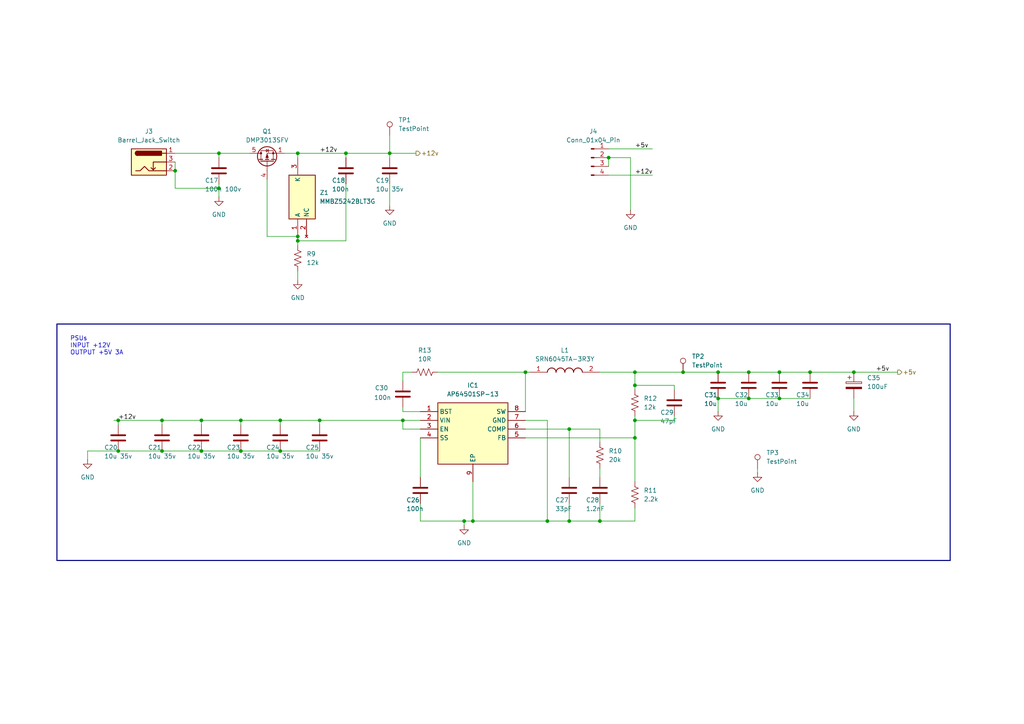
<source format=kicad_sch>
(kicad_sch
	(version 20231120)
	(generator "eeschema")
	(generator_version "8.0")
	(uuid "bc3536cd-797b-47c4-bbe6-27739c4b0d44")
	(paper "A4")
	(title_block
		(title "PSUs Modul")
		(rev "1")
		(company "MEL")
		(comment 1 "Power 12v dan 5v")
	)
	(lib_symbols
		(symbol "AP64501SP-13:AP64501SP-13"
			(exclude_from_sim no)
			(in_bom yes)
			(on_board yes)
			(property "Reference" "IC"
				(at 26.67 7.62 0)
				(effects
					(font
						(size 1.27 1.27)
					)
					(justify left top)
				)
			)
			(property "Value" "AP64501SP-13"
				(at 26.67 5.08 0)
				(effects
					(font
						(size 1.27 1.27)
					)
					(justify left top)
				)
			)
			(property "Footprint" "SOIC127P600X163-9N"
				(at 26.67 -94.92 0)
				(effects
					(font
						(size 1.27 1.27)
					)
					(justify left top)
					(hide yes)
				)
			)
			(property "Datasheet" "https://www.diodes.com//assets/Datasheets/AP64501.pdf"
				(at 26.67 -194.92 0)
				(effects
					(font
						(size 1.27 1.27)
					)
					(justify left top)
					(hide yes)
				)
			)
			(property "Description" "Conv DC-DC 3.8V to 40V Synchronous Step Down Single-Out 0.8V to 39V 5A 8-Pin SO EP T/R"
				(at 0 0 0)
				(effects
					(font
						(size 1.27 1.27)
					)
					(hide yes)
				)
			)
			(property "Height" "1.63"
				(at 26.67 -394.92 0)
				(effects
					(font
						(size 1.27 1.27)
					)
					(justify left top)
					(hide yes)
				)
			)
			(property "Mouser Part Number" "621-AP64501SP-13"
				(at 26.67 -494.92 0)
				(effects
					(font
						(size 1.27 1.27)
					)
					(justify left top)
					(hide yes)
				)
			)
			(property "Mouser Price/Stock" "https://www.mouser.co.uk/ProductDetail/Diodes-Incorporated/AP64501SP-13?qs=P1JMDcb91o7FS0GU%252BW7TIQ%3D%3D"
				(at 26.67 -594.92 0)
				(effects
					(font
						(size 1.27 1.27)
					)
					(justify left top)
					(hide yes)
				)
			)
			(property "Manufacturer_Name" "Diodes Incorporated"
				(at 26.67 -694.92 0)
				(effects
					(font
						(size 1.27 1.27)
					)
					(justify left top)
					(hide yes)
				)
			)
			(property "Manufacturer_Part_Number" "AP64501SP-13"
				(at 26.67 -794.92 0)
				(effects
					(font
						(size 1.27 1.27)
					)
					(justify left top)
					(hide yes)
				)
			)
			(symbol "AP64501SP-13_1_1"
				(rectangle
					(start 5.08 2.54)
					(end 25.4 -15.24)
					(stroke
						(width 0.254)
						(type default)
					)
					(fill
						(type background)
					)
				)
				(pin passive line
					(at 0 0 0)
					(length 5.08)
					(name "BST"
						(effects
							(font
								(size 1.27 1.27)
							)
						)
					)
					(number "1"
						(effects
							(font
								(size 1.27 1.27)
							)
						)
					)
				)
				(pin passive line
					(at 0 -2.54 0)
					(length 5.08)
					(name "VIN"
						(effects
							(font
								(size 1.27 1.27)
							)
						)
					)
					(number "2"
						(effects
							(font
								(size 1.27 1.27)
							)
						)
					)
				)
				(pin passive line
					(at 0 -5.08 0)
					(length 5.08)
					(name "EN"
						(effects
							(font
								(size 1.27 1.27)
							)
						)
					)
					(number "3"
						(effects
							(font
								(size 1.27 1.27)
							)
						)
					)
				)
				(pin passive line
					(at 0 -7.62 0)
					(length 5.08)
					(name "SS"
						(effects
							(font
								(size 1.27 1.27)
							)
						)
					)
					(number "4"
						(effects
							(font
								(size 1.27 1.27)
							)
						)
					)
				)
				(pin passive line
					(at 30.48 -7.62 180)
					(length 5.08)
					(name "FB"
						(effects
							(font
								(size 1.27 1.27)
							)
						)
					)
					(number "5"
						(effects
							(font
								(size 1.27 1.27)
							)
						)
					)
				)
				(pin passive line
					(at 30.48 -5.08 180)
					(length 5.08)
					(name "COMP"
						(effects
							(font
								(size 1.27 1.27)
							)
						)
					)
					(number "6"
						(effects
							(font
								(size 1.27 1.27)
							)
						)
					)
				)
				(pin passive line
					(at 30.48 -2.54 180)
					(length 5.08)
					(name "GND"
						(effects
							(font
								(size 1.27 1.27)
							)
						)
					)
					(number "7"
						(effects
							(font
								(size 1.27 1.27)
							)
						)
					)
				)
				(pin passive line
					(at 30.48 0 180)
					(length 5.08)
					(name "SW"
						(effects
							(font
								(size 1.27 1.27)
							)
						)
					)
					(number "8"
						(effects
							(font
								(size 1.27 1.27)
							)
						)
					)
				)
				(pin passive line
					(at 15.24 -20.32 90)
					(length 5.08)
					(name "EP"
						(effects
							(font
								(size 1.27 1.27)
							)
						)
					)
					(number "9"
						(effects
							(font
								(size 1.27 1.27)
							)
						)
					)
				)
			)
		)
		(symbol "Connector:Barrel_Jack_Switch"
			(pin_names hide)
			(exclude_from_sim no)
			(in_bom yes)
			(on_board yes)
			(property "Reference" "J"
				(at 0 5.334 0)
				(effects
					(font
						(size 1.27 1.27)
					)
				)
			)
			(property "Value" "Barrel_Jack_Switch"
				(at 0 -5.08 0)
				(effects
					(font
						(size 1.27 1.27)
					)
				)
			)
			(property "Footprint" ""
				(at 1.27 -1.016 0)
				(effects
					(font
						(size 1.27 1.27)
					)
					(hide yes)
				)
			)
			(property "Datasheet" "~"
				(at 1.27 -1.016 0)
				(effects
					(font
						(size 1.27 1.27)
					)
					(hide yes)
				)
			)
			(property "Description" "DC Barrel Jack with an internal switch"
				(at 0 0 0)
				(effects
					(font
						(size 1.27 1.27)
					)
					(hide yes)
				)
			)
			(property "ki_keywords" "DC power barrel jack connector"
				(at 0 0 0)
				(effects
					(font
						(size 1.27 1.27)
					)
					(hide yes)
				)
			)
			(property "ki_fp_filters" "BarrelJack*"
				(at 0 0 0)
				(effects
					(font
						(size 1.27 1.27)
					)
					(hide yes)
				)
			)
			(symbol "Barrel_Jack_Switch_0_1"
				(rectangle
					(start -5.08 3.81)
					(end 5.08 -3.81)
					(stroke
						(width 0.254)
						(type default)
					)
					(fill
						(type background)
					)
				)
				(arc
					(start -3.302 3.175)
					(mid -3.9343 2.54)
					(end -3.302 1.905)
					(stroke
						(width 0.254)
						(type default)
					)
					(fill
						(type none)
					)
				)
				(arc
					(start -3.302 3.175)
					(mid -3.9343 2.54)
					(end -3.302 1.905)
					(stroke
						(width 0.254)
						(type default)
					)
					(fill
						(type outline)
					)
				)
				(polyline
					(pts
						(xy 1.27 -2.286) (xy 1.905 -1.651)
					)
					(stroke
						(width 0.254)
						(type default)
					)
					(fill
						(type none)
					)
				)
				(polyline
					(pts
						(xy 5.08 2.54) (xy 3.81 2.54)
					)
					(stroke
						(width 0.254)
						(type default)
					)
					(fill
						(type none)
					)
				)
				(polyline
					(pts
						(xy 5.08 0) (xy 1.27 0) (xy 1.27 -2.286) (xy 0.635 -1.651)
					)
					(stroke
						(width 0.254)
						(type default)
					)
					(fill
						(type none)
					)
				)
				(polyline
					(pts
						(xy -3.81 -2.54) (xy -2.54 -2.54) (xy -1.27 -1.27) (xy 0 -2.54) (xy 2.54 -2.54) (xy 5.08 -2.54)
					)
					(stroke
						(width 0.254)
						(type default)
					)
					(fill
						(type none)
					)
				)
				(rectangle
					(start 3.683 3.175)
					(end -3.302 1.905)
					(stroke
						(width 0.254)
						(type default)
					)
					(fill
						(type outline)
					)
				)
			)
			(symbol "Barrel_Jack_Switch_1_1"
				(pin passive line
					(at 7.62 2.54 180)
					(length 2.54)
					(name "~"
						(effects
							(font
								(size 1.27 1.27)
							)
						)
					)
					(number "1"
						(effects
							(font
								(size 1.27 1.27)
							)
						)
					)
				)
				(pin passive line
					(at 7.62 -2.54 180)
					(length 2.54)
					(name "~"
						(effects
							(font
								(size 1.27 1.27)
							)
						)
					)
					(number "2"
						(effects
							(font
								(size 1.27 1.27)
							)
						)
					)
				)
				(pin passive line
					(at 7.62 0 180)
					(length 2.54)
					(name "~"
						(effects
							(font
								(size 1.27 1.27)
							)
						)
					)
					(number "3"
						(effects
							(font
								(size 1.27 1.27)
							)
						)
					)
				)
			)
		)
		(symbol "Connector:Conn_01x04_Pin"
			(pin_names
				(offset 1.016) hide)
			(exclude_from_sim no)
			(in_bom yes)
			(on_board yes)
			(property "Reference" "J"
				(at 0 5.08 0)
				(effects
					(font
						(size 1.27 1.27)
					)
				)
			)
			(property "Value" "Conn_01x04_Pin"
				(at 0 -7.62 0)
				(effects
					(font
						(size 1.27 1.27)
					)
				)
			)
			(property "Footprint" ""
				(at 0 0 0)
				(effects
					(font
						(size 1.27 1.27)
					)
					(hide yes)
				)
			)
			(property "Datasheet" "~"
				(at 0 0 0)
				(effects
					(font
						(size 1.27 1.27)
					)
					(hide yes)
				)
			)
			(property "Description" "Generic connector, single row, 01x04, script generated"
				(at 0 0 0)
				(effects
					(font
						(size 1.27 1.27)
					)
					(hide yes)
				)
			)
			(property "ki_locked" ""
				(at 0 0 0)
				(effects
					(font
						(size 1.27 1.27)
					)
				)
			)
			(property "ki_keywords" "connector"
				(at 0 0 0)
				(effects
					(font
						(size 1.27 1.27)
					)
					(hide yes)
				)
			)
			(property "ki_fp_filters" "Connector*:*_1x??_*"
				(at 0 0 0)
				(effects
					(font
						(size 1.27 1.27)
					)
					(hide yes)
				)
			)
			(symbol "Conn_01x04_Pin_1_1"
				(polyline
					(pts
						(xy 1.27 -5.08) (xy 0.8636 -5.08)
					)
					(stroke
						(width 0.1524)
						(type default)
					)
					(fill
						(type none)
					)
				)
				(polyline
					(pts
						(xy 1.27 -2.54) (xy 0.8636 -2.54)
					)
					(stroke
						(width 0.1524)
						(type default)
					)
					(fill
						(type none)
					)
				)
				(polyline
					(pts
						(xy 1.27 0) (xy 0.8636 0)
					)
					(stroke
						(width 0.1524)
						(type default)
					)
					(fill
						(type none)
					)
				)
				(polyline
					(pts
						(xy 1.27 2.54) (xy 0.8636 2.54)
					)
					(stroke
						(width 0.1524)
						(type default)
					)
					(fill
						(type none)
					)
				)
				(rectangle
					(start 0.8636 -4.953)
					(end 0 -5.207)
					(stroke
						(width 0.1524)
						(type default)
					)
					(fill
						(type outline)
					)
				)
				(rectangle
					(start 0.8636 -2.413)
					(end 0 -2.667)
					(stroke
						(width 0.1524)
						(type default)
					)
					(fill
						(type outline)
					)
				)
				(rectangle
					(start 0.8636 0.127)
					(end 0 -0.127)
					(stroke
						(width 0.1524)
						(type default)
					)
					(fill
						(type outline)
					)
				)
				(rectangle
					(start 0.8636 2.667)
					(end 0 2.413)
					(stroke
						(width 0.1524)
						(type default)
					)
					(fill
						(type outline)
					)
				)
				(pin passive line
					(at 5.08 2.54 180)
					(length 3.81)
					(name "Pin_1"
						(effects
							(font
								(size 1.27 1.27)
							)
						)
					)
					(number "1"
						(effects
							(font
								(size 1.27 1.27)
							)
						)
					)
				)
				(pin passive line
					(at 5.08 0 180)
					(length 3.81)
					(name "Pin_2"
						(effects
							(font
								(size 1.27 1.27)
							)
						)
					)
					(number "2"
						(effects
							(font
								(size 1.27 1.27)
							)
						)
					)
				)
				(pin passive line
					(at 5.08 -2.54 180)
					(length 3.81)
					(name "Pin_3"
						(effects
							(font
								(size 1.27 1.27)
							)
						)
					)
					(number "3"
						(effects
							(font
								(size 1.27 1.27)
							)
						)
					)
				)
				(pin passive line
					(at 5.08 -5.08 180)
					(length 3.81)
					(name "Pin_4"
						(effects
							(font
								(size 1.27 1.27)
							)
						)
					)
					(number "4"
						(effects
							(font
								(size 1.27 1.27)
							)
						)
					)
				)
			)
		)
		(symbol "Connector:TestPoint"
			(pin_numbers hide)
			(pin_names
				(offset 0.762) hide)
			(exclude_from_sim no)
			(in_bom yes)
			(on_board yes)
			(property "Reference" "TP"
				(at 0 6.858 0)
				(effects
					(font
						(size 1.27 1.27)
					)
				)
			)
			(property "Value" "TestPoint"
				(at 0 5.08 0)
				(effects
					(font
						(size 1.27 1.27)
					)
				)
			)
			(property "Footprint" ""
				(at 5.08 0 0)
				(effects
					(font
						(size 1.27 1.27)
					)
					(hide yes)
				)
			)
			(property "Datasheet" "~"
				(at 5.08 0 0)
				(effects
					(font
						(size 1.27 1.27)
					)
					(hide yes)
				)
			)
			(property "Description" "test point"
				(at 0 0 0)
				(effects
					(font
						(size 1.27 1.27)
					)
					(hide yes)
				)
			)
			(property "ki_keywords" "test point tp"
				(at 0 0 0)
				(effects
					(font
						(size 1.27 1.27)
					)
					(hide yes)
				)
			)
			(property "ki_fp_filters" "Pin* Test*"
				(at 0 0 0)
				(effects
					(font
						(size 1.27 1.27)
					)
					(hide yes)
				)
			)
			(symbol "TestPoint_0_1"
				(circle
					(center 0 3.302)
					(radius 0.762)
					(stroke
						(width 0)
						(type default)
					)
					(fill
						(type none)
					)
				)
			)
			(symbol "TestPoint_1_1"
				(pin passive line
					(at 0 0 90)
					(length 2.54)
					(name "1"
						(effects
							(font
								(size 1.27 1.27)
							)
						)
					)
					(number "1"
						(effects
							(font
								(size 1.27 1.27)
							)
						)
					)
				)
			)
		)
		(symbol "Device:C"
			(pin_numbers hide)
			(pin_names
				(offset 0.254)
			)
			(exclude_from_sim no)
			(in_bom yes)
			(on_board yes)
			(property "Reference" "C"
				(at 0.635 2.54 0)
				(effects
					(font
						(size 1.27 1.27)
					)
					(justify left)
				)
			)
			(property "Value" "C"
				(at 0.635 -2.54 0)
				(effects
					(font
						(size 1.27 1.27)
					)
					(justify left)
				)
			)
			(property "Footprint" ""
				(at 0.9652 -3.81 0)
				(effects
					(font
						(size 1.27 1.27)
					)
					(hide yes)
				)
			)
			(property "Datasheet" "~"
				(at 0 0 0)
				(effects
					(font
						(size 1.27 1.27)
					)
					(hide yes)
				)
			)
			(property "Description" "Unpolarized capacitor"
				(at 0 0 0)
				(effects
					(font
						(size 1.27 1.27)
					)
					(hide yes)
				)
			)
			(property "ki_keywords" "cap capacitor"
				(at 0 0 0)
				(effects
					(font
						(size 1.27 1.27)
					)
					(hide yes)
				)
			)
			(property "ki_fp_filters" "C_*"
				(at 0 0 0)
				(effects
					(font
						(size 1.27 1.27)
					)
					(hide yes)
				)
			)
			(symbol "C_0_1"
				(polyline
					(pts
						(xy -2.032 -0.762) (xy 2.032 -0.762)
					)
					(stroke
						(width 0.508)
						(type default)
					)
					(fill
						(type none)
					)
				)
				(polyline
					(pts
						(xy -2.032 0.762) (xy 2.032 0.762)
					)
					(stroke
						(width 0.508)
						(type default)
					)
					(fill
						(type none)
					)
				)
			)
			(symbol "C_1_1"
				(pin passive line
					(at 0 3.81 270)
					(length 2.794)
					(name "~"
						(effects
							(font
								(size 1.27 1.27)
							)
						)
					)
					(number "1"
						(effects
							(font
								(size 1.27 1.27)
							)
						)
					)
				)
				(pin passive line
					(at 0 -3.81 90)
					(length 2.794)
					(name "~"
						(effects
							(font
								(size 1.27 1.27)
							)
						)
					)
					(number "2"
						(effects
							(font
								(size 1.27 1.27)
							)
						)
					)
				)
			)
		)
		(symbol "Device:C_Polarized"
			(pin_numbers hide)
			(pin_names
				(offset 0.254)
			)
			(exclude_from_sim no)
			(in_bom yes)
			(on_board yes)
			(property "Reference" "C"
				(at 0.635 2.54 0)
				(effects
					(font
						(size 1.27 1.27)
					)
					(justify left)
				)
			)
			(property "Value" "C_Polarized"
				(at 0.635 -2.54 0)
				(effects
					(font
						(size 1.27 1.27)
					)
					(justify left)
				)
			)
			(property "Footprint" ""
				(at 0.9652 -3.81 0)
				(effects
					(font
						(size 1.27 1.27)
					)
					(hide yes)
				)
			)
			(property "Datasheet" "~"
				(at 0 0 0)
				(effects
					(font
						(size 1.27 1.27)
					)
					(hide yes)
				)
			)
			(property "Description" "Polarized capacitor"
				(at 0 0 0)
				(effects
					(font
						(size 1.27 1.27)
					)
					(hide yes)
				)
			)
			(property "ki_keywords" "cap capacitor"
				(at 0 0 0)
				(effects
					(font
						(size 1.27 1.27)
					)
					(hide yes)
				)
			)
			(property "ki_fp_filters" "CP_*"
				(at 0 0 0)
				(effects
					(font
						(size 1.27 1.27)
					)
					(hide yes)
				)
			)
			(symbol "C_Polarized_0_1"
				(rectangle
					(start -2.286 0.508)
					(end 2.286 1.016)
					(stroke
						(width 0)
						(type default)
					)
					(fill
						(type none)
					)
				)
				(polyline
					(pts
						(xy -1.778 2.286) (xy -0.762 2.286)
					)
					(stroke
						(width 0)
						(type default)
					)
					(fill
						(type none)
					)
				)
				(polyline
					(pts
						(xy -1.27 2.794) (xy -1.27 1.778)
					)
					(stroke
						(width 0)
						(type default)
					)
					(fill
						(type none)
					)
				)
				(rectangle
					(start 2.286 -0.508)
					(end -2.286 -1.016)
					(stroke
						(width 0)
						(type default)
					)
					(fill
						(type outline)
					)
				)
			)
			(symbol "C_Polarized_1_1"
				(pin passive line
					(at 0 3.81 270)
					(length 2.794)
					(name "~"
						(effects
							(font
								(size 1.27 1.27)
							)
						)
					)
					(number "1"
						(effects
							(font
								(size 1.27 1.27)
							)
						)
					)
				)
				(pin passive line
					(at 0 -3.81 90)
					(length 2.794)
					(name "~"
						(effects
							(font
								(size 1.27 1.27)
							)
						)
					)
					(number "2"
						(effects
							(font
								(size 1.27 1.27)
							)
						)
					)
				)
			)
		)
		(symbol "Device:R_US"
			(pin_numbers hide)
			(pin_names
				(offset 0)
			)
			(exclude_from_sim no)
			(in_bom yes)
			(on_board yes)
			(property "Reference" "R"
				(at 2.54 0 90)
				(effects
					(font
						(size 1.27 1.27)
					)
				)
			)
			(property "Value" "R_US"
				(at -2.54 0 90)
				(effects
					(font
						(size 1.27 1.27)
					)
				)
			)
			(property "Footprint" ""
				(at 1.016 -0.254 90)
				(effects
					(font
						(size 1.27 1.27)
					)
					(hide yes)
				)
			)
			(property "Datasheet" "~"
				(at 0 0 0)
				(effects
					(font
						(size 1.27 1.27)
					)
					(hide yes)
				)
			)
			(property "Description" "Resistor, US symbol"
				(at 0 0 0)
				(effects
					(font
						(size 1.27 1.27)
					)
					(hide yes)
				)
			)
			(property "ki_keywords" "R res resistor"
				(at 0 0 0)
				(effects
					(font
						(size 1.27 1.27)
					)
					(hide yes)
				)
			)
			(property "ki_fp_filters" "R_*"
				(at 0 0 0)
				(effects
					(font
						(size 1.27 1.27)
					)
					(hide yes)
				)
			)
			(symbol "R_US_0_1"
				(polyline
					(pts
						(xy 0 -2.286) (xy 0 -2.54)
					)
					(stroke
						(width 0)
						(type default)
					)
					(fill
						(type none)
					)
				)
				(polyline
					(pts
						(xy 0 2.286) (xy 0 2.54)
					)
					(stroke
						(width 0)
						(type default)
					)
					(fill
						(type none)
					)
				)
				(polyline
					(pts
						(xy 0 -0.762) (xy 1.016 -1.143) (xy 0 -1.524) (xy -1.016 -1.905) (xy 0 -2.286)
					)
					(stroke
						(width 0)
						(type default)
					)
					(fill
						(type none)
					)
				)
				(polyline
					(pts
						(xy 0 0.762) (xy 1.016 0.381) (xy 0 0) (xy -1.016 -0.381) (xy 0 -0.762)
					)
					(stroke
						(width 0)
						(type default)
					)
					(fill
						(type none)
					)
				)
				(polyline
					(pts
						(xy 0 2.286) (xy 1.016 1.905) (xy 0 1.524) (xy -1.016 1.143) (xy 0 0.762)
					)
					(stroke
						(width 0)
						(type default)
					)
					(fill
						(type none)
					)
				)
			)
			(symbol "R_US_1_1"
				(pin passive line
					(at 0 3.81 270)
					(length 1.27)
					(name "~"
						(effects
							(font
								(size 1.27 1.27)
							)
						)
					)
					(number "1"
						(effects
							(font
								(size 1.27 1.27)
							)
						)
					)
				)
				(pin passive line
					(at 0 -3.81 90)
					(length 1.27)
					(name "~"
						(effects
							(font
								(size 1.27 1.27)
							)
						)
					)
					(number "2"
						(effects
							(font
								(size 1.27 1.27)
							)
						)
					)
				)
			)
		)
		(symbol "MMBZ5242BLT3G:MMBZ5242BLT3G"
			(exclude_from_sim no)
			(in_bom yes)
			(on_board yes)
			(property "Reference" "Z"
				(at 19.05 7.62 0)
				(effects
					(font
						(size 1.27 1.27)
					)
					(justify left top)
				)
			)
			(property "Value" "MMBZ5242BLT3G"
				(at 19.05 5.08 0)
				(effects
					(font
						(size 1.27 1.27)
					)
					(justify left top)
				)
			)
			(property "Footprint" "SOT96P237X111-3N"
				(at 19.05 -94.92 0)
				(effects
					(font
						(size 1.27 1.27)
					)
					(justify left top)
					(hide yes)
				)
			)
			(property "Datasheet" "http://www.onsemi.com/pub/Collateral/MMBZ5221BLT1-D.PDF"
				(at 19.05 -194.92 0)
				(effects
					(font
						(size 1.27 1.27)
					)
					(justify left top)
					(hide yes)
				)
			)
			(property "Description" "Zener Diodes ZEN SOT23 REG .225W 12V"
				(at 0 0 0)
				(effects
					(font
						(size 1.27 1.27)
					)
					(hide yes)
				)
			)
			(property "Height" "1.11"
				(at 19.05 -394.92 0)
				(effects
					(font
						(size 1.27 1.27)
					)
					(justify left top)
					(hide yes)
				)
			)
			(property "Mouser Part Number" "863-MMBZ5242BLT3G"
				(at 19.05 -494.92 0)
				(effects
					(font
						(size 1.27 1.27)
					)
					(justify left top)
					(hide yes)
				)
			)
			(property "Mouser Price/Stock" "https://www.mouser.co.uk/ProductDetail/onsemi/MMBZ5242BLT3G?qs=P4IOph%252Bbot8zm7%252BOlKh6Qw%3D%3D"
				(at 19.05 -594.92 0)
				(effects
					(font
						(size 1.27 1.27)
					)
					(justify left top)
					(hide yes)
				)
			)
			(property "Manufacturer_Name" "onsemi"
				(at 19.05 -694.92 0)
				(effects
					(font
						(size 1.27 1.27)
					)
					(justify left top)
					(hide yes)
				)
			)
			(property "Manufacturer_Part_Number" "MMBZ5242BLT3G"
				(at 19.05 -794.92 0)
				(effects
					(font
						(size 1.27 1.27)
					)
					(justify left top)
					(hide yes)
				)
			)
			(symbol "MMBZ5242BLT3G_1_1"
				(rectangle
					(start 5.08 2.54)
					(end 17.78 -5.08)
					(stroke
						(width 0.254)
						(type default)
					)
					(fill
						(type background)
					)
				)
				(pin passive line
					(at 0 0 0)
					(length 5.08)
					(name "A"
						(effects
							(font
								(size 1.27 1.27)
							)
						)
					)
					(number "1"
						(effects
							(font
								(size 1.27 1.27)
							)
						)
					)
				)
				(pin no_connect line
					(at 0 -2.54 0)
					(length 5.08)
					(name "NC"
						(effects
							(font
								(size 1.27 1.27)
							)
						)
					)
					(number "2"
						(effects
							(font
								(size 1.27 1.27)
							)
						)
					)
				)
				(pin passive line
					(at 22.86 0 180)
					(length 5.08)
					(name "K"
						(effects
							(font
								(size 1.27 1.27)
							)
						)
					)
					(number "3"
						(effects
							(font
								(size 1.27 1.27)
							)
						)
					)
				)
			)
		)
		(symbol "SRN6045TA-3R3Y:SRN6045TA-3R3Y"
			(pin_names hide)
			(exclude_from_sim no)
			(in_bom yes)
			(on_board yes)
			(property "Reference" "L"
				(at 16.51 6.35 0)
				(effects
					(font
						(size 1.27 1.27)
					)
					(justify left top)
				)
			)
			(property "Value" "SRN6045TA-3R3Y"
				(at 16.51 3.81 0)
				(effects
					(font
						(size 1.27 1.27)
					)
					(justify left top)
				)
			)
			(property "Footprint" "SRN6045TA330M"
				(at 16.51 -96.19 0)
				(effects
					(font
						(size 1.27 1.27)
					)
					(justify left top)
					(hide yes)
				)
			)
			(property "Datasheet" "http://www.bourns.com/docs/Product-Datasheets/SRN6045TA.pdf"
				(at 16.51 -196.19 0)
				(effects
					(font
						(size 1.27 1.27)
					)
					(justify left top)
					(hide yes)
				)
			)
			(property "Description" "BOURNS - SRN6045TA-3R3Y - INDUCTOR, AEC-Q200, 3.3UH, 5A, 30% Semi-shielded Power Inductors"
				(at 0 0 0)
				(effects
					(font
						(size 1.27 1.27)
					)
					(hide yes)
				)
			)
			(property "Height" "4.5"
				(at 16.51 -396.19 0)
				(effects
					(font
						(size 1.27 1.27)
					)
					(justify left top)
					(hide yes)
				)
			)
			(property "Mouser Part Number" "652-SRN6045TA-3R3Y"
				(at 16.51 -496.19 0)
				(effects
					(font
						(size 1.27 1.27)
					)
					(justify left top)
					(hide yes)
				)
			)
			(property "Mouser Price/Stock" "https://www.mouser.co.uk/ProductDetail/Bourns/SRN6045TA-3R3Y?qs=Vt59ZOdFuWZ4MyJAxNBCDg%3D%3D"
				(at 16.51 -596.19 0)
				(effects
					(font
						(size 1.27 1.27)
					)
					(justify left top)
					(hide yes)
				)
			)
			(property "Manufacturer_Name" "Bourns"
				(at 16.51 -696.19 0)
				(effects
					(font
						(size 1.27 1.27)
					)
					(justify left top)
					(hide yes)
				)
			)
			(property "Manufacturer_Part_Number" "SRN6045TA-3R3Y"
				(at 16.51 -796.19 0)
				(effects
					(font
						(size 1.27 1.27)
					)
					(justify left top)
					(hide yes)
				)
			)
			(symbol "SRN6045TA-3R3Y_1_1"
				(arc
					(start 7.62 0)
					(mid 6.35 1.219)
					(end 5.08 0)
					(stroke
						(width 0.254)
						(type default)
					)
					(fill
						(type none)
					)
				)
				(arc
					(start 10.16 0)
					(mid 8.89 1.219)
					(end 7.62 0)
					(stroke
						(width 0.254)
						(type default)
					)
					(fill
						(type none)
					)
				)
				(arc
					(start 12.7 0)
					(mid 11.43 1.219)
					(end 10.16 0)
					(stroke
						(width 0.254)
						(type default)
					)
					(fill
						(type none)
					)
				)
				(arc
					(start 15.24 0)
					(mid 13.97 1.219)
					(end 12.7 0)
					(stroke
						(width 0.254)
						(type default)
					)
					(fill
						(type none)
					)
				)
				(pin passive line
					(at 0 0 0)
					(length 5.08)
					(name "1"
						(effects
							(font
								(size 1.27 1.27)
							)
						)
					)
					(number "1"
						(effects
							(font
								(size 1.27 1.27)
							)
						)
					)
				)
				(pin passive line
					(at 20.32 0 180)
					(length 5.08)
					(name "2"
						(effects
							(font
								(size 1.27 1.27)
							)
						)
					)
					(number "2"
						(effects
							(font
								(size 1.27 1.27)
							)
						)
					)
				)
			)
		)
		(symbol "Transistor_FET:DMP3013SFV"
			(pin_names hide)
			(exclude_from_sim no)
			(in_bom yes)
			(on_board yes)
			(property "Reference" "Q"
				(at 5.08 1.905 0)
				(effects
					(font
						(size 1.27 1.27)
					)
					(justify left)
				)
			)
			(property "Value" "DMP3013SFV"
				(at 5.08 0 0)
				(effects
					(font
						(size 1.27 1.27)
					)
					(justify left)
				)
			)
			(property "Footprint" "Package_SON:Diodes_PowerDI3333-8"
				(at 5.08 -1.905 0)
				(effects
					(font
						(size 1.27 1.27)
						(italic yes)
					)
					(justify left)
					(hide yes)
				)
			)
			(property "Datasheet" "https://www.diodes.com/assets/Datasheets/DMP3013SFV.pdf"
				(at 5.08 -3.81 0)
				(effects
					(font
						(size 1.27 1.27)
					)
					(justify left)
					(hide yes)
				)
			)
			(property "Description" "-12A Id, -30V Vds, P-Channel Power MOSFET, 9.5mOhm Ron, 33.7nC Qg (typ), PowerDI3333-8"
				(at 0 0 0)
				(effects
					(font
						(size 1.27 1.27)
					)
					(hide yes)
				)
			)
			(property "ki_keywords" "P-Channel MOSFET"
				(at 0 0 0)
				(effects
					(font
						(size 1.27 1.27)
					)
					(hide yes)
				)
			)
			(property "ki_fp_filters" "Diodes*PowerDI3333*"
				(at 0 0 0)
				(effects
					(font
						(size 1.27 1.27)
					)
					(hide yes)
				)
			)
			(symbol "DMP3013SFV_0_1"
				(polyline
					(pts
						(xy 0.254 0) (xy -2.54 0)
					)
					(stroke
						(width 0)
						(type default)
					)
					(fill
						(type none)
					)
				)
				(polyline
					(pts
						(xy 0.254 1.905) (xy 0.254 -1.905)
					)
					(stroke
						(width 0.254)
						(type default)
					)
					(fill
						(type none)
					)
				)
				(polyline
					(pts
						(xy 0.762 -1.27) (xy 0.762 -2.286)
					)
					(stroke
						(width 0.254)
						(type default)
					)
					(fill
						(type none)
					)
				)
				(polyline
					(pts
						(xy 0.762 0.508) (xy 0.762 -0.508)
					)
					(stroke
						(width 0.254)
						(type default)
					)
					(fill
						(type none)
					)
				)
				(polyline
					(pts
						(xy 0.762 2.286) (xy 0.762 1.27)
					)
					(stroke
						(width 0.254)
						(type default)
					)
					(fill
						(type none)
					)
				)
				(polyline
					(pts
						(xy 2.54 2.54) (xy 2.54 1.778)
					)
					(stroke
						(width 0)
						(type default)
					)
					(fill
						(type none)
					)
				)
				(polyline
					(pts
						(xy 2.54 -2.54) (xy 2.54 0) (xy 0.762 0)
					)
					(stroke
						(width 0)
						(type default)
					)
					(fill
						(type none)
					)
				)
				(polyline
					(pts
						(xy 0.762 1.778) (xy 3.302 1.778) (xy 3.302 -1.778) (xy 0.762 -1.778)
					)
					(stroke
						(width 0)
						(type default)
					)
					(fill
						(type none)
					)
				)
				(polyline
					(pts
						(xy 2.286 0) (xy 1.27 0.381) (xy 1.27 -0.381) (xy 2.286 0)
					)
					(stroke
						(width 0)
						(type default)
					)
					(fill
						(type outline)
					)
				)
				(polyline
					(pts
						(xy 2.794 -0.508) (xy 2.921 -0.381) (xy 3.683 -0.381) (xy 3.81 -0.254)
					)
					(stroke
						(width 0)
						(type default)
					)
					(fill
						(type none)
					)
				)
				(polyline
					(pts
						(xy 3.302 -0.381) (xy 2.921 0.254) (xy 3.683 0.254) (xy 3.302 -0.381)
					)
					(stroke
						(width 0)
						(type default)
					)
					(fill
						(type none)
					)
				)
				(circle
					(center 1.651 0)
					(radius 2.794)
					(stroke
						(width 0.254)
						(type default)
					)
					(fill
						(type none)
					)
				)
				(circle
					(center 2.54 -1.778)
					(radius 0.254)
					(stroke
						(width 0)
						(type default)
					)
					(fill
						(type outline)
					)
				)
				(circle
					(center 2.54 1.778)
					(radius 0.254)
					(stroke
						(width 0)
						(type default)
					)
					(fill
						(type outline)
					)
				)
			)
			(symbol "DMP3013SFV_1_1"
				(pin passive line
					(at 2.54 -5.08 90)
					(length 2.54)
					(name "S"
						(effects
							(font
								(size 1.27 1.27)
							)
						)
					)
					(number "1"
						(effects
							(font
								(size 1.27 1.27)
							)
						)
					)
				)
				(pin passive line
					(at 2.54 -5.08 90)
					(length 2.54) hide
					(name "S"
						(effects
							(font
								(size 1.27 1.27)
							)
						)
					)
					(number "2"
						(effects
							(font
								(size 1.27 1.27)
							)
						)
					)
				)
				(pin passive line
					(at 2.54 -5.08 90)
					(length 2.54) hide
					(name "S"
						(effects
							(font
								(size 1.27 1.27)
							)
						)
					)
					(number "3"
						(effects
							(font
								(size 1.27 1.27)
							)
						)
					)
				)
				(pin passive line
					(at -5.08 0 0)
					(length 2.54)
					(name "G"
						(effects
							(font
								(size 1.27 1.27)
							)
						)
					)
					(number "4"
						(effects
							(font
								(size 1.27 1.27)
							)
						)
					)
				)
				(pin passive line
					(at 2.54 5.08 270)
					(length 2.54)
					(name "D"
						(effects
							(font
								(size 1.27 1.27)
							)
						)
					)
					(number "5"
						(effects
							(font
								(size 1.27 1.27)
							)
						)
					)
				)
			)
		)
		(symbol "power:GND"
			(power)
			(pin_numbers hide)
			(pin_names
				(offset 0) hide)
			(exclude_from_sim no)
			(in_bom yes)
			(on_board yes)
			(property "Reference" "#PWR"
				(at 0 -6.35 0)
				(effects
					(font
						(size 1.27 1.27)
					)
					(hide yes)
				)
			)
			(property "Value" "GND"
				(at 0 -3.81 0)
				(effects
					(font
						(size 1.27 1.27)
					)
				)
			)
			(property "Footprint" ""
				(at 0 0 0)
				(effects
					(font
						(size 1.27 1.27)
					)
					(hide yes)
				)
			)
			(property "Datasheet" ""
				(at 0 0 0)
				(effects
					(font
						(size 1.27 1.27)
					)
					(hide yes)
				)
			)
			(property "Description" "Power symbol creates a global label with name \"GND\" , ground"
				(at 0 0 0)
				(effects
					(font
						(size 1.27 1.27)
					)
					(hide yes)
				)
			)
			(property "ki_keywords" "global power"
				(at 0 0 0)
				(effects
					(font
						(size 1.27 1.27)
					)
					(hide yes)
				)
			)
			(symbol "GND_0_1"
				(polyline
					(pts
						(xy 0 0) (xy 0 -1.27) (xy 1.27 -1.27) (xy 0 -2.54) (xy -1.27 -1.27) (xy 0 -1.27)
					)
					(stroke
						(width 0)
						(type default)
					)
					(fill
						(type none)
					)
				)
			)
			(symbol "GND_1_1"
				(pin power_in line
					(at 0 0 270)
					(length 0)
					(name "~"
						(effects
							(font
								(size 1.27 1.27)
							)
						)
					)
					(number "1"
						(effects
							(font
								(size 1.27 1.27)
							)
						)
					)
				)
			)
		)
	)
	(junction
		(at 81.28 130.81)
		(diameter 0)
		(color 0 0 0 0)
		(uuid "04f8622c-74e8-4b29-abb7-9c7da47d8520")
	)
	(junction
		(at 198.12 107.95)
		(diameter 0)
		(color 0 0 0 0)
		(uuid "0656d0ad-437a-43b3-b378-07da367882c5")
	)
	(junction
		(at 165.1 151.13)
		(diameter 0)
		(color 0 0 0 0)
		(uuid "0ff38aca-3974-4d0c-9ea0-33c1e0be6caa")
	)
	(junction
		(at 69.85 130.81)
		(diameter 0)
		(color 0 0 0 0)
		(uuid "138616cd-8904-4255-8a8c-5da445ec606c")
	)
	(junction
		(at 247.65 107.95)
		(diameter 0)
		(color 0 0 0 0)
		(uuid "2f22fce0-3f9b-4c51-9066-7421f68ee24a")
	)
	(junction
		(at 184.15 111.76)
		(diameter 0)
		(color 0 0 0 0)
		(uuid "30b56bcd-9dde-4fc4-a0d4-f6abfd668a7a")
	)
	(junction
		(at 58.42 121.92)
		(diameter 0)
		(color 0 0 0 0)
		(uuid "38e94db6-e438-4c3d-a46c-097717ae001a")
	)
	(junction
		(at 137.16 151.13)
		(diameter 0)
		(color 0 0 0 0)
		(uuid "41dc2ab3-b5d4-4d3f-8cb3-9e7cd06f30d4")
	)
	(junction
		(at 134.62 151.13)
		(diameter 0)
		(color 0 0 0 0)
		(uuid "43c6b44a-09b2-4ae5-9f88-1ea4917e097a")
	)
	(junction
		(at 92.71 121.92)
		(diameter 0)
		(color 0 0 0 0)
		(uuid "47a9a8ac-190b-4554-b6b5-4d07b07ae963")
	)
	(junction
		(at 63.5 44.45)
		(diameter 0)
		(color 0 0 0 0)
		(uuid "4ccd778d-6c94-4b1f-bf25-eea703c291c6")
	)
	(junction
		(at 86.36 44.45)
		(diameter 0)
		(color 0 0 0 0)
		(uuid "4e19bfee-5292-4b72-970c-316aae87a84c")
	)
	(junction
		(at 81.28 121.92)
		(diameter 0)
		(color 0 0 0 0)
		(uuid "50f0e5f0-e243-470d-b102-fe946ff48bc2")
	)
	(junction
		(at 208.28 107.95)
		(diameter 0)
		(color 0 0 0 0)
		(uuid "511c26d0-7187-4d8c-b95d-b3ed7c80cf6f")
	)
	(junction
		(at 226.06 115.57)
		(diameter 0)
		(color 0 0 0 0)
		(uuid "5be3a75f-9a90-4cba-8370-3b06d775b403")
	)
	(junction
		(at 34.29 121.92)
		(diameter 0)
		(color 0 0 0 0)
		(uuid "619cdd80-5098-4fca-bf69-4fd23542d336")
	)
	(junction
		(at 63.5 54.61)
		(diameter 0)
		(color 0 0 0 0)
		(uuid "624f7cd0-c0ed-4588-8e85-5a346e279c7e")
	)
	(junction
		(at 184.15 127)
		(diameter 0)
		(color 0 0 0 0)
		(uuid "75549525-46fd-4999-b1c1-e1521111feb6")
	)
	(junction
		(at 234.95 107.95)
		(diameter 0)
		(color 0 0 0 0)
		(uuid "79793d92-868c-4896-b778-c16168740183")
	)
	(junction
		(at 58.42 130.81)
		(diameter 0)
		(color 0 0 0 0)
		(uuid "80169810-ad1a-4de8-9d47-e16da7b44ddc")
	)
	(junction
		(at 217.17 115.57)
		(diameter 0)
		(color 0 0 0 0)
		(uuid "84b1a28b-ede5-4db2-83ff-0a2716727272")
	)
	(junction
		(at 217.17 107.95)
		(diameter 0)
		(color 0 0 0 0)
		(uuid "86674e6b-f72c-4514-9c72-1c6f4812b21c")
	)
	(junction
		(at 184.15 121.92)
		(diameter 0)
		(color 0 0 0 0)
		(uuid "8a7f8afb-cb5e-4452-a0f4-4012161aeab9")
	)
	(junction
		(at 176.53 45.72)
		(diameter 0)
		(color 0 0 0 0)
		(uuid "a096ba79-28b8-4708-8adc-8b0273799883")
	)
	(junction
		(at 226.06 107.95)
		(diameter 0)
		(color 0 0 0 0)
		(uuid "a12ceba1-ded1-4900-8a1b-2750d9545b76")
	)
	(junction
		(at 46.99 130.81)
		(diameter 0)
		(color 0 0 0 0)
		(uuid "a89424b9-6a81-4ca3-b22c-9f91e0a5f926")
	)
	(junction
		(at 46.99 121.92)
		(diameter 0)
		(color 0 0 0 0)
		(uuid "b4f2e098-8ec2-4275-8017-63caaa6080a5")
	)
	(junction
		(at 34.29 130.81)
		(diameter 0)
		(color 0 0 0 0)
		(uuid "bbcf47ef-f5d9-431b-a71e-78aaba8864b1")
	)
	(junction
		(at 116.84 121.92)
		(diameter 0)
		(color 0 0 0 0)
		(uuid "be4a6e47-ac2f-48e6-8007-cb26110dcc80")
	)
	(junction
		(at 69.85 121.92)
		(diameter 0)
		(color 0 0 0 0)
		(uuid "c1a7a080-2162-4b2a-b446-c52cbdc1b4de")
	)
	(junction
		(at 208.28 115.57)
		(diameter 0)
		(color 0 0 0 0)
		(uuid "cba9342c-39dc-4a28-a256-a62d02869505")
	)
	(junction
		(at 113.03 44.45)
		(diameter 0)
		(color 0 0 0 0)
		(uuid "cd4d9460-d50f-4ce9-b5a1-3ef245833e50")
	)
	(junction
		(at 50.8 49.53)
		(diameter 0)
		(color 0 0 0 0)
		(uuid "d5eb9eff-9658-4a95-a602-397c845bead2")
	)
	(junction
		(at 184.15 107.95)
		(diameter 0)
		(color 0 0 0 0)
		(uuid "e05a0aba-7881-4a4d-9bd3-f10b38b09b46")
	)
	(junction
		(at 158.75 151.13)
		(diameter 0)
		(color 0 0 0 0)
		(uuid "ec9f5d6a-43e5-4f30-8a0f-12575936ca1a")
	)
	(junction
		(at 86.36 69.85)
		(diameter 0)
		(color 0 0 0 0)
		(uuid "efcfce9c-d078-4ce6-9aae-455ffe6a9fd5")
	)
	(junction
		(at 165.1 124.46)
		(diameter 0)
		(color 0 0 0 0)
		(uuid "f3c5dee9-f4e6-4596-b015-5375780b84f0")
	)
	(junction
		(at 100.33 44.45)
		(diameter 0)
		(color 0 0 0 0)
		(uuid "f5b4fdb8-8f65-4d34-a319-06439b697ec6")
	)
	(junction
		(at 152.4 107.95)
		(diameter 0)
		(color 0 0 0 0)
		(uuid "f76c484e-ca86-4709-9adf-9e84cf59b21f")
	)
	(junction
		(at 86.36 68.58)
		(diameter 0)
		(color 0 0 0 0)
		(uuid "f93a8476-12d0-430b-938b-938464e52df5")
	)
	(junction
		(at 173.99 151.13)
		(diameter 0)
		(color 0 0 0 0)
		(uuid "f9c0896c-db4c-4f78-9d07-a515d5fab635")
	)
	(wire
		(pts
			(xy 50.8 46.99) (xy 50.8 49.53)
		)
		(stroke
			(width 0)
			(type default)
		)
		(uuid "01a0ebba-28eb-4f92-bad0-cd870d11f096")
	)
	(wire
		(pts
			(xy 184.15 111.76) (xy 184.15 107.95)
		)
		(stroke
			(width 0)
			(type default)
		)
		(uuid "038f7df1-eed1-4aa3-b632-09fb9a9daffa")
	)
	(wire
		(pts
			(xy 113.03 39.37) (xy 113.03 44.45)
		)
		(stroke
			(width 0)
			(type default)
		)
		(uuid "056cfcc1-9f34-4bbb-a91a-c454631d8477")
	)
	(wire
		(pts
			(xy 86.36 78.74) (xy 86.36 81.28)
		)
		(stroke
			(width 0)
			(type default)
		)
		(uuid "059aea59-494e-4aef-9c35-6982630dfecb")
	)
	(wire
		(pts
			(xy 234.95 107.95) (xy 247.65 107.95)
		)
		(stroke
			(width 0)
			(type default)
		)
		(uuid "0b42184d-5475-4803-8657-d6501189e5ff")
	)
	(wire
		(pts
			(xy 176.53 45.72) (xy 182.88 45.72)
		)
		(stroke
			(width 0)
			(type default)
		)
		(uuid "123c182d-6efd-4624-aed6-0a26036f8155")
	)
	(wire
		(pts
			(xy 226.06 115.57) (xy 234.95 115.57)
		)
		(stroke
			(width 0)
			(type default)
		)
		(uuid "15ca2d30-e7d6-42f2-8ee4-8ddbab8b031a")
	)
	(wire
		(pts
			(xy 58.42 130.81) (xy 69.85 130.81)
		)
		(stroke
			(width 0)
			(type default)
		)
		(uuid "1e297865-05da-43c1-b0d1-e3326c412a9b")
	)
	(wire
		(pts
			(xy 165.1 124.46) (xy 173.99 124.46)
		)
		(stroke
			(width 0)
			(type default)
		)
		(uuid "1f9d1f8b-3763-4202-992d-e4589029c88c")
	)
	(wire
		(pts
			(xy 158.75 151.13) (xy 158.75 121.92)
		)
		(stroke
			(width 0)
			(type default)
		)
		(uuid "20b0de57-b2fd-479a-a925-915aef8cd685")
	)
	(wire
		(pts
			(xy 63.5 44.45) (xy 72.39 44.45)
		)
		(stroke
			(width 0)
			(type default)
		)
		(uuid "216ad443-1893-4c66-8447-0f22dfaeaa91")
	)
	(wire
		(pts
			(xy 46.99 121.92) (xy 34.29 121.92)
		)
		(stroke
			(width 0)
			(type default)
		)
		(uuid "24650ab1-7c91-4cf2-92c3-1ef07c1bc250")
	)
	(wire
		(pts
			(xy 46.99 121.92) (xy 46.99 123.19)
		)
		(stroke
			(width 0)
			(type default)
		)
		(uuid "25389ad2-5aec-4f0b-91a8-3042f1410160")
	)
	(wire
		(pts
			(xy 165.1 124.46) (xy 165.1 138.43)
		)
		(stroke
			(width 0)
			(type default)
		)
		(uuid "285de852-34e8-45f3-aa95-3ca2cd8f000a")
	)
	(wire
		(pts
			(xy 63.5 53.34) (xy 63.5 54.61)
		)
		(stroke
			(width 0)
			(type default)
		)
		(uuid "2f8bc88f-c822-43bc-b235-4ccc22035c6e")
	)
	(wire
		(pts
			(xy 198.12 107.95) (xy 208.28 107.95)
		)
		(stroke
			(width 0)
			(type default)
		)
		(uuid "32994434-8387-4385-bf5b-130364102fc5")
	)
	(wire
		(pts
			(xy 121.92 127) (xy 121.92 138.43)
		)
		(stroke
			(width 0)
			(type default)
		)
		(uuid "3394a219-c0b9-4c3c-852a-886e1da19fc8")
	)
	(wire
		(pts
			(xy 247.65 115.57) (xy 247.65 119.38)
		)
		(stroke
			(width 0)
			(type default)
		)
		(uuid "3566c3eb-f655-4d6d-9b01-f8faedd54b0f")
	)
	(wire
		(pts
			(xy 63.5 44.45) (xy 63.5 45.72)
		)
		(stroke
			(width 0)
			(type default)
		)
		(uuid "3b332576-9d71-442a-a8f6-22167cb2d130")
	)
	(wire
		(pts
			(xy 46.99 130.81) (xy 58.42 130.81)
		)
		(stroke
			(width 0)
			(type default)
		)
		(uuid "3f6272b7-6b7b-4542-85d9-570906511d22")
	)
	(wire
		(pts
			(xy 121.92 146.05) (xy 121.92 151.13)
		)
		(stroke
			(width 0)
			(type default)
		)
		(uuid "3fbb1f16-4a24-49b7-bb32-5f82d1d62764")
	)
	(wire
		(pts
			(xy 121.92 124.46) (xy 116.84 124.46)
		)
		(stroke
			(width 0)
			(type default)
		)
		(uuid "40d04f84-5428-45ad-9bf7-9c9d3906cdf3")
	)
	(wire
		(pts
			(xy 100.33 69.85) (xy 100.33 53.34)
		)
		(stroke
			(width 0)
			(type default)
		)
		(uuid "438c160b-aa32-4980-9316-6b8bfd862776")
	)
	(wire
		(pts
			(xy 184.15 151.13) (xy 184.15 147.32)
		)
		(stroke
			(width 0)
			(type default)
		)
		(uuid "442011d3-c901-4ed6-bd3a-7a7ee0fc734e")
	)
	(wire
		(pts
			(xy 152.4 127) (xy 184.15 127)
		)
		(stroke
			(width 0)
			(type default)
		)
		(uuid "44bbfc09-90a5-44af-8959-157afd3b2330")
	)
	(wire
		(pts
			(xy 184.15 111.76) (xy 184.15 113.03)
		)
		(stroke
			(width 0)
			(type default)
		)
		(uuid "48765599-1c46-4dc0-b6ce-2664491f80e3")
	)
	(wire
		(pts
			(xy 81.28 121.92) (xy 69.85 121.92)
		)
		(stroke
			(width 0)
			(type default)
		)
		(uuid "489e07f8-855f-44f7-a170-8b85c7a0646d")
	)
	(wire
		(pts
			(xy 158.75 121.92) (xy 152.4 121.92)
		)
		(stroke
			(width 0)
			(type default)
		)
		(uuid "4b72c012-6ed3-4c42-a28b-1c5fa6db2717")
	)
	(bus
		(pts
			(xy 16.51 93.98) (xy 275.59 93.98)
		)
		(stroke
			(width 0)
			(type default)
		)
		(uuid "4fabf3af-2140-44f6-bb8e-400cf43a62c9")
	)
	(wire
		(pts
			(xy 113.03 53.34) (xy 113.03 59.69)
		)
		(stroke
			(width 0)
			(type default)
		)
		(uuid "51837276-bc41-4cd4-81ad-b0fd24883cb5")
	)
	(wire
		(pts
			(xy 208.28 115.57) (xy 208.28 119.38)
		)
		(stroke
			(width 0)
			(type default)
		)
		(uuid "521e0b80-e1ea-4b38-805f-0d359b5b18f6")
	)
	(wire
		(pts
			(xy 81.28 130.81) (xy 92.71 130.81)
		)
		(stroke
			(width 0)
			(type default)
		)
		(uuid "5374d78b-53fa-4019-9410-a29c31cf4e79")
	)
	(wire
		(pts
			(xy 184.15 121.92) (xy 195.58 121.92)
		)
		(stroke
			(width 0)
			(type default)
		)
		(uuid "58a71b41-cbd1-4d58-9932-de893db8aea0")
	)
	(wire
		(pts
			(xy 184.15 121.92) (xy 184.15 127)
		)
		(stroke
			(width 0)
			(type default)
		)
		(uuid "59bcadf7-ee85-4cde-896e-bfd892b606d6")
	)
	(wire
		(pts
			(xy 121.92 119.38) (xy 116.84 119.38)
		)
		(stroke
			(width 0)
			(type default)
		)
		(uuid "59ecf203-b2f4-4e2c-b12b-23ac0673ecf7")
	)
	(wire
		(pts
			(xy 208.28 107.95) (xy 217.17 107.95)
		)
		(stroke
			(width 0)
			(type default)
		)
		(uuid "5bc800de-5593-4f7e-8767-e094eeeb4eb2")
	)
	(wire
		(pts
			(xy 92.71 121.92) (xy 92.71 123.19)
		)
		(stroke
			(width 0)
			(type default)
		)
		(uuid "5c7d0b0e-b1b9-4434-b224-1c2b4c3272dc")
	)
	(wire
		(pts
			(xy 86.36 69.85) (xy 100.33 69.85)
		)
		(stroke
			(width 0)
			(type default)
		)
		(uuid "5e8bbd32-7d1e-4da0-a20d-dc08f63b7020")
	)
	(wire
		(pts
			(xy 247.65 107.95) (xy 260.35 107.95)
		)
		(stroke
			(width 0)
			(type default)
		)
		(uuid "63559521-620f-4c1a-8448-415e63e9f39e")
	)
	(bus
		(pts
			(xy 275.59 93.98) (xy 275.59 162.56)
		)
		(stroke
			(width 0)
			(type default)
		)
		(uuid "663c6b1a-871a-436f-bad5-634f7e479035")
	)
	(wire
		(pts
			(xy 58.42 121.92) (xy 58.42 123.19)
		)
		(stroke
			(width 0)
			(type default)
		)
		(uuid "6666fea7-bc13-4ce6-9e7b-3f985a58e87e")
	)
	(wire
		(pts
			(xy 86.36 44.45) (xy 82.55 44.45)
		)
		(stroke
			(width 0)
			(type default)
		)
		(uuid "66b3e9f5-1575-4727-9d5a-9dada5e25ae9")
	)
	(wire
		(pts
			(xy 34.29 130.81) (xy 46.99 130.81)
		)
		(stroke
			(width 0)
			(type default)
		)
		(uuid "67da1411-c6f0-4bc9-99fb-f6324b03aa5a")
	)
	(wire
		(pts
			(xy 86.36 69.85) (xy 86.36 71.12)
		)
		(stroke
			(width 0)
			(type default)
		)
		(uuid "703deb48-8df2-443d-8539-1f54c6650289")
	)
	(wire
		(pts
			(xy 116.84 110.49) (xy 116.84 107.95)
		)
		(stroke
			(width 0)
			(type default)
		)
		(uuid "750cfcf0-05f7-4bbf-9ac6-3860eedb985b")
	)
	(wire
		(pts
			(xy 116.84 107.95) (xy 119.38 107.95)
		)
		(stroke
			(width 0)
			(type default)
		)
		(uuid "767206f5-9580-4642-9d78-3f4e3f176643")
	)
	(bus
		(pts
			(xy 275.59 162.56) (xy 16.51 162.56)
		)
		(stroke
			(width 0)
			(type default)
		)
		(uuid "79480e59-b959-461c-b759-32f6052dacd8")
	)
	(wire
		(pts
			(xy 50.8 44.45) (xy 63.5 44.45)
		)
		(stroke
			(width 0)
			(type default)
		)
		(uuid "7b7e186f-6d88-43cb-89ce-5b46a7b85735")
	)
	(wire
		(pts
			(xy 86.36 45.72) (xy 86.36 44.45)
		)
		(stroke
			(width 0)
			(type default)
		)
		(uuid "7cda5b32-46e2-436c-b0b9-b3eccc5e2f7c")
	)
	(wire
		(pts
			(xy 165.1 151.13) (xy 158.75 151.13)
		)
		(stroke
			(width 0)
			(type default)
		)
		(uuid "81fe4963-1f93-4b99-a4b5-62798594a2d9")
	)
	(wire
		(pts
			(xy 152.4 107.95) (xy 127 107.95)
		)
		(stroke
			(width 0)
			(type default)
		)
		(uuid "874bfabd-e5cf-4ab9-aece-a197dd270ec4")
	)
	(wire
		(pts
			(xy 134.62 151.13) (xy 134.62 152.4)
		)
		(stroke
			(width 0)
			(type default)
		)
		(uuid "8a6a49ee-7940-49fa-b8a8-b1044a0ba408")
	)
	(bus
		(pts
			(xy 16.51 93.98) (xy 16.51 162.56)
		)
		(stroke
			(width 0)
			(type default)
		)
		(uuid "8b3cbd7e-a9b3-44f2-81a7-4a109e3d75bc")
	)
	(wire
		(pts
			(xy 173.99 151.13) (xy 165.1 151.13)
		)
		(stroke
			(width 0)
			(type default)
		)
		(uuid "8c644c50-7293-404c-bb09-647c7557af5c")
	)
	(wire
		(pts
			(xy 113.03 44.45) (xy 113.03 45.72)
		)
		(stroke
			(width 0)
			(type default)
		)
		(uuid "8e7b12ad-23be-4ecd-ab68-6a2873a70461")
	)
	(wire
		(pts
			(xy 86.36 68.58) (xy 77.47 68.58)
		)
		(stroke
			(width 0)
			(type default)
		)
		(uuid "8f3cfc37-6423-44a8-b802-fc025d29a6d4")
	)
	(wire
		(pts
			(xy 173.99 124.46) (xy 173.99 128.27)
		)
		(stroke
			(width 0)
			(type default)
		)
		(uuid "90d32d26-6b88-4b36-ba74-c69db8237f27")
	)
	(wire
		(pts
			(xy 184.15 127) (xy 184.15 139.7)
		)
		(stroke
			(width 0)
			(type default)
		)
		(uuid "90fbd9a5-984c-44d2-a247-52e422fac052")
	)
	(wire
		(pts
			(xy 195.58 113.03) (xy 195.58 111.76)
		)
		(stroke
			(width 0)
			(type default)
		)
		(uuid "93f4260a-642e-40bb-9e0e-ab05d0085dfb")
	)
	(wire
		(pts
			(xy 100.33 44.45) (xy 113.03 44.45)
		)
		(stroke
			(width 0)
			(type default)
		)
		(uuid "94c84e06-31b6-4649-b427-9d01cdd6107f")
	)
	(wire
		(pts
			(xy 184.15 107.95) (xy 198.12 107.95)
		)
		(stroke
			(width 0)
			(type default)
		)
		(uuid "96bd84ff-eb46-4bde-a25f-fb61f8b77c94")
	)
	(wire
		(pts
			(xy 86.36 68.58) (xy 86.36 69.85)
		)
		(stroke
			(width 0)
			(type default)
		)
		(uuid "977ff5fb-9ccb-4e2c-92d2-24fe04dddc38")
	)
	(wire
		(pts
			(xy 134.62 151.13) (xy 137.16 151.13)
		)
		(stroke
			(width 0)
			(type default)
		)
		(uuid "9891dee5-8920-49aa-8658-b1cbbb2d0d7c")
	)
	(wire
		(pts
			(xy 113.03 44.45) (xy 120.65 44.45)
		)
		(stroke
			(width 0)
			(type default)
		)
		(uuid "989fbd3b-b5e4-4c90-93b8-2400288374c5")
	)
	(wire
		(pts
			(xy 195.58 111.76) (xy 184.15 111.76)
		)
		(stroke
			(width 0)
			(type default)
		)
		(uuid "9a4d594d-e8a7-478a-9911-c8a3110eab92")
	)
	(wire
		(pts
			(xy 33.02 121.92) (xy 34.29 121.92)
		)
		(stroke
			(width 0)
			(type default)
		)
		(uuid "9dfad412-1dbc-4e03-bc86-5166c7c84dbb")
	)
	(wire
		(pts
			(xy 116.84 124.46) (xy 116.84 121.92)
		)
		(stroke
			(width 0)
			(type default)
		)
		(uuid "a1d1c4f3-3c84-4a18-9e18-55c4832370ca")
	)
	(wire
		(pts
			(xy 176.53 50.8) (xy 189.23 50.8)
		)
		(stroke
			(width 0)
			(type default)
		)
		(uuid "a29463fe-ba42-4948-a4da-9aee8fa5b850")
	)
	(wire
		(pts
			(xy 176.53 45.72) (xy 176.53 48.26)
		)
		(stroke
			(width 0)
			(type default)
		)
		(uuid "a9f1714f-664b-4b95-9c92-57a82c378970")
	)
	(wire
		(pts
			(xy 121.92 121.92) (xy 116.84 121.92)
		)
		(stroke
			(width 0)
			(type default)
		)
		(uuid "ab9f707f-934d-460a-a4d9-1f621118b8d0")
	)
	(wire
		(pts
			(xy 137.16 151.13) (xy 158.75 151.13)
		)
		(stroke
			(width 0)
			(type default)
		)
		(uuid "acb55af7-3549-4603-a3ec-4a0a10887449")
	)
	(wire
		(pts
			(xy 182.88 45.72) (xy 182.88 60.96)
		)
		(stroke
			(width 0)
			(type default)
		)
		(uuid "b0021a03-dcb3-49d5-8d97-3a04897c9423")
	)
	(wire
		(pts
			(xy 116.84 119.38) (xy 116.84 118.11)
		)
		(stroke
			(width 0)
			(type default)
		)
		(uuid "b18ae5c5-6e06-4186-843e-353f4f21491f")
	)
	(wire
		(pts
			(xy 63.5 54.61) (xy 63.5 57.15)
		)
		(stroke
			(width 0)
			(type default)
		)
		(uuid "b24e8122-da49-4033-bc9d-b42c2678084e")
	)
	(wire
		(pts
			(xy 77.47 68.58) (xy 77.47 52.07)
		)
		(stroke
			(width 0)
			(type default)
		)
		(uuid "b39604b4-d7a8-45a4-834f-66be508ee799")
	)
	(wire
		(pts
			(xy 63.5 54.61) (xy 50.8 54.61)
		)
		(stroke
			(width 0)
			(type default)
		)
		(uuid "b4d5a0dc-8818-4096-991c-fc12406cbd6c")
	)
	(wire
		(pts
			(xy 92.71 121.92) (xy 81.28 121.92)
		)
		(stroke
			(width 0)
			(type default)
		)
		(uuid "bd368c64-3250-4362-bb8f-773035101efb")
	)
	(wire
		(pts
			(xy 173.99 146.05) (xy 173.99 151.13)
		)
		(stroke
			(width 0)
			(type default)
		)
		(uuid "beb72318-b70f-4d91-aff8-3f65e471cfb6")
	)
	(wire
		(pts
			(xy 69.85 121.92) (xy 58.42 121.92)
		)
		(stroke
			(width 0)
			(type default)
		)
		(uuid "c19495a8-b7c4-4c1f-84b2-a8f1f8eaff5b")
	)
	(wire
		(pts
			(xy 25.4 130.81) (xy 25.4 133.35)
		)
		(stroke
			(width 0)
			(type default)
		)
		(uuid "c69a6f47-d5b7-4db3-9871-20becb91625d")
	)
	(wire
		(pts
			(xy 81.28 121.92) (xy 81.28 123.19)
		)
		(stroke
			(width 0)
			(type default)
		)
		(uuid "caa76d05-697c-493d-88c0-9dec01c96f68")
	)
	(wire
		(pts
			(xy 165.1 146.05) (xy 165.1 151.13)
		)
		(stroke
			(width 0)
			(type default)
		)
		(uuid "cb06cfea-95ee-45f1-ab72-c6a925c4d55a")
	)
	(wire
		(pts
			(xy 219.71 135.89) (xy 219.71 137.16)
		)
		(stroke
			(width 0)
			(type default)
		)
		(uuid "cc35e5ea-567b-4d4f-b300-51f88309c708")
	)
	(wire
		(pts
			(xy 50.8 54.61) (xy 50.8 49.53)
		)
		(stroke
			(width 0)
			(type default)
		)
		(uuid "d1d74857-1dce-4228-88f9-204f473bb495")
	)
	(wire
		(pts
			(xy 184.15 120.65) (xy 184.15 121.92)
		)
		(stroke
			(width 0)
			(type default)
		)
		(uuid "d572a190-c38d-4be7-a205-3a878b1e6b84")
	)
	(wire
		(pts
			(xy 69.85 121.92) (xy 69.85 123.19)
		)
		(stroke
			(width 0)
			(type default)
		)
		(uuid "d659bc34-dca3-4c6c-b363-b8318feb7fec")
	)
	(wire
		(pts
			(xy 86.36 44.45) (xy 100.33 44.45)
		)
		(stroke
			(width 0)
			(type default)
		)
		(uuid "d6d4af05-ae37-419e-a40f-745d3ac1660d")
	)
	(wire
		(pts
			(xy 58.42 121.92) (xy 46.99 121.92)
		)
		(stroke
			(width 0)
			(type default)
		)
		(uuid "d82faef4-2980-4d2e-bed0-7f0fccb43d8e")
	)
	(wire
		(pts
			(xy 121.92 151.13) (xy 134.62 151.13)
		)
		(stroke
			(width 0)
			(type default)
		)
		(uuid "dba43df7-e691-48e0-94c9-edfd12819202")
	)
	(wire
		(pts
			(xy 69.85 130.81) (xy 81.28 130.81)
		)
		(stroke
			(width 0)
			(type default)
		)
		(uuid "df5715d0-540a-4cd2-a516-35b8818d9691")
	)
	(wire
		(pts
			(xy 176.53 43.18) (xy 189.23 43.18)
		)
		(stroke
			(width 0)
			(type default)
		)
		(uuid "e341e771-bd07-4e58-a95e-0516c6c96304")
	)
	(wire
		(pts
			(xy 116.84 121.92) (xy 92.71 121.92)
		)
		(stroke
			(width 0)
			(type default)
		)
		(uuid "e54249bd-05d0-4877-8eaf-f70f4334fab7")
	)
	(wire
		(pts
			(xy 34.29 130.81) (xy 25.4 130.81)
		)
		(stroke
			(width 0)
			(type default)
		)
		(uuid "e5c1fe70-2347-48bd-ba03-71d501f75021")
	)
	(wire
		(pts
			(xy 184.15 107.95) (xy 173.99 107.95)
		)
		(stroke
			(width 0)
			(type default)
		)
		(uuid "e852abe0-9932-473d-8c32-7dd8d3155503")
	)
	(wire
		(pts
			(xy 173.99 151.13) (xy 184.15 151.13)
		)
		(stroke
			(width 0)
			(type default)
		)
		(uuid "ea328a9d-70fd-47c1-bd6a-8d5a6bf86612")
	)
	(wire
		(pts
			(xy 173.99 135.89) (xy 173.99 138.43)
		)
		(stroke
			(width 0)
			(type default)
		)
		(uuid "ec6fde8b-5596-4dc4-bdc3-bcbe29c072e3")
	)
	(wire
		(pts
			(xy 152.4 124.46) (xy 165.1 124.46)
		)
		(stroke
			(width 0)
			(type default)
		)
		(uuid "ed9235f6-9530-4119-ae07-6043c15f2355")
	)
	(wire
		(pts
			(xy 152.4 119.38) (xy 152.4 107.95)
		)
		(stroke
			(width 0)
			(type default)
		)
		(uuid "eda4dd8d-555b-4cdb-99be-f71aafb5b58c")
	)
	(wire
		(pts
			(xy 100.33 44.45) (xy 100.33 45.72)
		)
		(stroke
			(width 0)
			(type default)
		)
		(uuid "eff66f0e-7b85-4ca9-abc9-8eb994b9c7c9")
	)
	(wire
		(pts
			(xy 137.16 151.13) (xy 137.16 139.7)
		)
		(stroke
			(width 0)
			(type default)
		)
		(uuid "f2e5f77d-2129-48e2-99e4-411d6a1b6bc1")
	)
	(wire
		(pts
			(xy 34.29 121.92) (xy 34.29 123.19)
		)
		(stroke
			(width 0)
			(type default)
		)
		(uuid "f48d697f-99d4-42ee-a193-f01d121ad6a4")
	)
	(wire
		(pts
			(xy 217.17 107.95) (xy 226.06 107.95)
		)
		(stroke
			(width 0)
			(type default)
		)
		(uuid "f5b99f6d-cfca-44b3-a0f4-15b6edc236a7")
	)
	(wire
		(pts
			(xy 152.4 107.95) (xy 153.67 107.95)
		)
		(stroke
			(width 0)
			(type default)
		)
		(uuid "f656622a-43a1-433b-a1a4-57011b982ab2")
	)
	(wire
		(pts
			(xy 195.58 120.65) (xy 195.58 121.92)
		)
		(stroke
			(width 0)
			(type default)
		)
		(uuid "f8e514db-4fe9-4273-9e24-e76bf7bda6d4")
	)
	(wire
		(pts
			(xy 217.17 115.57) (xy 226.06 115.57)
		)
		(stroke
			(width 0)
			(type default)
		)
		(uuid "fcc9f45f-bf2c-4265-be1f-275b1686406f")
	)
	(wire
		(pts
			(xy 208.28 115.57) (xy 217.17 115.57)
		)
		(stroke
			(width 0)
			(type default)
		)
		(uuid "fcfdf0b4-facf-4b86-8a14-fe2b99e455a9")
	)
	(wire
		(pts
			(xy 226.06 107.95) (xy 234.95 107.95)
		)
		(stroke
			(width 0)
			(type default)
		)
		(uuid "fd06ab51-397e-422a-9529-4e99f2ab5b80")
	)
	(text "PSUs\nINPUT +12V\nOUTPUT +5V 3A"
		(exclude_from_sim no)
		(at 20.32 100.33 0)
		(effects
			(font
				(size 1.27 1.27)
			)
			(justify left)
		)
		(uuid "e2986572-5535-4719-97b9-1da19accbf79")
	)
	(label "+5v"
		(at 184.15 43.18 0)
		(fields_autoplaced yes)
		(effects
			(font
				(size 1.27 1.27)
			)
			(justify left bottom)
		)
		(uuid "6b1be292-c2cb-4e03-915e-addceec8b550")
	)
	(label "+12v"
		(at 184.15 50.8 0)
		(fields_autoplaced yes)
		(effects
			(font
				(size 1.27 1.27)
			)
			(justify left bottom)
		)
		(uuid "6fa90d1e-abe3-41d0-a2e0-2cc23905d3bd")
	)
	(label "+5v"
		(at 254 107.95 0)
		(fields_autoplaced yes)
		(effects
			(font
				(size 1.27 1.27)
			)
			(justify left bottom)
		)
		(uuid "828319c7-b61f-425a-82cc-d188d06e9a7e")
	)
	(label "+12v"
		(at 34.29 121.92 0)
		(fields_autoplaced yes)
		(effects
			(font
				(size 1.27 1.27)
			)
			(justify left bottom)
		)
		(uuid "b9ee302c-e763-4b8d-b801-62899aebef4c")
	)
	(label "+12v"
		(at 92.71 44.45 0)
		(fields_autoplaced yes)
		(effects
			(font
				(size 1.27 1.27)
			)
			(justify left bottom)
		)
		(uuid "dd736f6f-742a-4d58-80ee-a15d6901c3c0")
	)
	(hierarchical_label "+12v"
		(shape output)
		(at 120.65 44.45 0)
		(fields_autoplaced yes)
		(effects
			(font
				(size 1.27 1.27)
			)
			(justify left)
		)
		(uuid "1d0c497e-84fa-4fe3-9fa7-7c6b9a57f158")
	)
	(hierarchical_label "+5v"
		(shape output)
		(at 260.35 107.95 0)
		(fields_autoplaced yes)
		(effects
			(font
				(size 1.27 1.27)
			)
			(justify left)
		)
		(uuid "24f7128e-7212-40dc-bb94-7b5400dfd12c")
	)
	(symbol
		(lib_id "SRN6045TA-3R3Y:SRN6045TA-3R3Y")
		(at 153.67 107.95 0)
		(unit 1)
		(exclude_from_sim no)
		(in_bom yes)
		(on_board yes)
		(dnp no)
		(fields_autoplaced yes)
		(uuid "08bed8c9-02b1-43b3-bab7-b812a2f39421")
		(property "Reference" "L1"
			(at 163.83 101.6 0)
			(effects
				(font
					(size 1.27 1.27)
				)
			)
		)
		(property "Value" "SRN6045TA-3R3Y"
			(at 163.83 104.14 0)
			(effects
				(font
					(size 1.27 1.27)
				)
			)
		)
		(property "Footprint" "SRN6045TA-3R3Y:SRN6045TA330M"
			(at 170.18 204.14 0)
			(effects
				(font
					(size 1.27 1.27)
				)
				(justify left top)
				(hide yes)
			)
		)
		(property "Datasheet" "http://www.bourns.com/docs/Product-Datasheets/SRN6045TA.pdf"
			(at 170.18 304.14 0)
			(effects
				(font
					(size 1.27 1.27)
				)
				(justify left top)
				(hide yes)
			)
		)
		(property "Description" "BOURNS - SRN6045TA-3R3Y - INDUCTOR, AEC-Q200, 3.3UH, 5A, 30% Semi-shielded Power Inductors"
			(at 153.67 107.95 0)
			(effects
				(font
					(size 1.27 1.27)
				)
				(hide yes)
			)
		)
		(property "Height" "4.5"
			(at 170.18 504.14 0)
			(effects
				(font
					(size 1.27 1.27)
				)
				(justify left top)
				(hide yes)
			)
		)
		(property "Mouser Part Number" "652-SRN6045TA-3R3Y"
			(at 170.18 604.14 0)
			(effects
				(font
					(size 1.27 1.27)
				)
				(justify left top)
				(hide yes)
			)
		)
		(property "Mouser Price/Stock" "https://www.mouser.co.uk/ProductDetail/Bourns/SRN6045TA-3R3Y?qs=Vt59ZOdFuWZ4MyJAxNBCDg%3D%3D"
			(at 170.18 704.14 0)
			(effects
				(font
					(size 1.27 1.27)
				)
				(justify left top)
				(hide yes)
			)
		)
		(property "Manufacturer_Name" "Bourns"
			(at 170.18 804.14 0)
			(effects
				(font
					(size 1.27 1.27)
				)
				(justify left top)
				(hide yes)
			)
		)
		(property "Manufacturer_Part_Number" "SRN6045TA-3R3Y"
			(at 170.18 904.14 0)
			(effects
				(font
					(size 1.27 1.27)
				)
				(justify left top)
				(hide yes)
			)
		)
		(pin "1"
			(uuid "249e6399-db8f-4252-9b40-93d15bdb7406")
		)
		(pin "2"
			(uuid "005fc096-2709-46b8-963e-10ca969dc567")
		)
		(instances
			(project "DAS-Raspi"
				(path "/af259caa-2224-4218-ba31-7c4f2c7a8c5c/04c8bf4a-7f20-4127-8aef-a0fa34ed45fd"
					(reference "L1")
					(unit 1)
				)
			)
		)
	)
	(symbol
		(lib_id "Device:C")
		(at 69.85 127 0)
		(unit 1)
		(exclude_from_sim no)
		(in_bom yes)
		(on_board yes)
		(dnp no)
		(uuid "0aae8a3d-e2b7-4979-9b55-afd133577969")
		(property "Reference" "C23"
			(at 65.786 129.794 0)
			(effects
				(font
					(size 1.27 1.27)
				)
				(justify left)
			)
		)
		(property "Value" "10u 35v"
			(at 65.786 132.334 0)
			(effects
				(font
					(size 1.27 1.27)
				)
				(justify left)
			)
		)
		(property "Footprint" "Capacitor_SMD:C_0805_2012Metric"
			(at 70.8152 130.81 0)
			(effects
				(font
					(size 1.27 1.27)
				)
				(hide yes)
			)
		)
		(property "Datasheet" "~"
			(at 69.85 127 0)
			(effects
				(font
					(size 1.27 1.27)
				)
				(hide yes)
			)
		)
		(property "Description" "Unpolarized capacitor"
			(at 69.85 127 0)
			(effects
				(font
					(size 1.27 1.27)
				)
				(hide yes)
			)
		)
		(pin "2"
			(uuid "d5ac2101-b8ec-4231-8bf6-0d58cf5e4ad2")
		)
		(pin "1"
			(uuid "dd4c8014-0ff1-4041-ae33-fe4c22e5435a")
		)
		(instances
			(project "DAS-Raspi"
				(path "/af259caa-2224-4218-ba31-7c4f2c7a8c5c/04c8bf4a-7f20-4127-8aef-a0fa34ed45fd"
					(reference "C23")
					(unit 1)
				)
			)
		)
	)
	(symbol
		(lib_id "Device:C")
		(at 234.95 111.76 0)
		(unit 1)
		(exclude_from_sim no)
		(in_bom yes)
		(on_board yes)
		(dnp no)
		(uuid "0ac4017f-9f4e-48a9-8404-5dd31aefd17b")
		(property "Reference" "C34"
			(at 230.886 114.554 0)
			(effects
				(font
					(size 1.27 1.27)
				)
				(justify left)
			)
		)
		(property "Value" "10u"
			(at 230.886 117.094 0)
			(effects
				(font
					(size 1.27 1.27)
				)
				(justify left)
			)
		)
		(property "Footprint" "Capacitor_SMD:C_0805_2012Metric"
			(at 235.9152 115.57 0)
			(effects
				(font
					(size 1.27 1.27)
				)
				(hide yes)
			)
		)
		(property "Datasheet" "~"
			(at 234.95 111.76 0)
			(effects
				(font
					(size 1.27 1.27)
				)
				(hide yes)
			)
		)
		(property "Description" "Unpolarized capacitor"
			(at 234.95 111.76 0)
			(effects
				(font
					(size 1.27 1.27)
				)
				(hide yes)
			)
		)
		(pin "2"
			(uuid "6812afd3-db95-46a5-aa39-43639ee90aa7")
		)
		(pin "1"
			(uuid "5b7c5bd5-7063-47d9-9296-b1e0998f34c5")
		)
		(instances
			(project "DAS-Raspi"
				(path "/af259caa-2224-4218-ba31-7c4f2c7a8c5c/04c8bf4a-7f20-4127-8aef-a0fa34ed45fd"
					(reference "C34")
					(unit 1)
				)
			)
		)
	)
	(symbol
		(lib_id "power:GND")
		(at 247.65 119.38 0)
		(unit 1)
		(exclude_from_sim no)
		(in_bom yes)
		(on_board yes)
		(dnp no)
		(fields_autoplaced yes)
		(uuid "0bf2776f-6452-4448-a6e8-637242995333")
		(property "Reference" "#PWR030"
			(at 247.65 125.73 0)
			(effects
				(font
					(size 1.27 1.27)
				)
				(hide yes)
			)
		)
		(property "Value" "GND"
			(at 247.65 124.46 0)
			(effects
				(font
					(size 1.27 1.27)
				)
			)
		)
		(property "Footprint" ""
			(at 247.65 119.38 0)
			(effects
				(font
					(size 1.27 1.27)
				)
				(hide yes)
			)
		)
		(property "Datasheet" ""
			(at 247.65 119.38 0)
			(effects
				(font
					(size 1.27 1.27)
				)
				(hide yes)
			)
		)
		(property "Description" "Power symbol creates a global label with name \"GND\" , ground"
			(at 247.65 119.38 0)
			(effects
				(font
					(size 1.27 1.27)
				)
				(hide yes)
			)
		)
		(pin "1"
			(uuid "269d55c3-cdde-4efe-ab5c-26eff9d06221")
		)
		(instances
			(project "DAS-Raspi"
				(path "/af259caa-2224-4218-ba31-7c4f2c7a8c5c/04c8bf4a-7f20-4127-8aef-a0fa34ed45fd"
					(reference "#PWR030")
					(unit 1)
				)
			)
		)
	)
	(symbol
		(lib_id "Connector:TestPoint")
		(at 113.03 39.37 0)
		(unit 1)
		(exclude_from_sim no)
		(in_bom yes)
		(on_board yes)
		(dnp no)
		(fields_autoplaced yes)
		(uuid "1d792bbd-5e46-493f-be04-dc2ad4989158")
		(property "Reference" "TP1"
			(at 115.57 34.7979 0)
			(effects
				(font
					(size 1.27 1.27)
				)
				(justify left)
			)
		)
		(property "Value" "TestPoint"
			(at 115.57 37.3379 0)
			(effects
				(font
					(size 1.27 1.27)
				)
				(justify left)
			)
		)
		(property "Footprint" "TestPoint:TestPoint_Pad_2.0x2.0mm"
			(at 118.11 39.37 0)
			(effects
				(font
					(size 1.27 1.27)
				)
				(hide yes)
			)
		)
		(property "Datasheet" "~"
			(at 118.11 39.37 0)
			(effects
				(font
					(size 1.27 1.27)
				)
				(hide yes)
			)
		)
		(property "Description" "test point"
			(at 113.03 39.37 0)
			(effects
				(font
					(size 1.27 1.27)
				)
				(hide yes)
			)
		)
		(pin "1"
			(uuid "19e6e0d3-1b3b-4a9a-b38a-2f52bc501316")
		)
		(instances
			(project "DAS-Raspi"
				(path "/af259caa-2224-4218-ba31-7c4f2c7a8c5c/04c8bf4a-7f20-4127-8aef-a0fa34ed45fd"
					(reference "TP1")
					(unit 1)
				)
			)
		)
	)
	(symbol
		(lib_id "Device:C")
		(at 165.1 142.24 0)
		(unit 1)
		(exclude_from_sim no)
		(in_bom yes)
		(on_board yes)
		(dnp no)
		(uuid "2011cde7-7869-4a0e-a80b-c676b93351cf")
		(property "Reference" "C27"
			(at 161.036 145.034 0)
			(effects
				(font
					(size 1.27 1.27)
				)
				(justify left)
			)
		)
		(property "Value" "33pF"
			(at 161.036 147.574 0)
			(effects
				(font
					(size 1.27 1.27)
				)
				(justify left)
			)
		)
		(property "Footprint" "Capacitor_SMD:C_0805_2012Metric"
			(at 166.0652 146.05 0)
			(effects
				(font
					(size 1.27 1.27)
				)
				(hide yes)
			)
		)
		(property "Datasheet" "~"
			(at 165.1 142.24 0)
			(effects
				(font
					(size 1.27 1.27)
				)
				(hide yes)
			)
		)
		(property "Description" "Unpolarized capacitor"
			(at 165.1 142.24 0)
			(effects
				(font
					(size 1.27 1.27)
				)
				(hide yes)
			)
		)
		(pin "2"
			(uuid "8e1051ec-78a5-46e1-a318-e8ffe68f0261")
		)
		(pin "1"
			(uuid "ac59a02e-7d59-459e-9e2f-a003c5a5bdf5")
		)
		(instances
			(project "DAS-Raspi"
				(path "/af259caa-2224-4218-ba31-7c4f2c7a8c5c/04c8bf4a-7f20-4127-8aef-a0fa34ed45fd"
					(reference "C27")
					(unit 1)
				)
			)
		)
	)
	(symbol
		(lib_id "MMBZ5242BLT3G:MMBZ5242BLT3G")
		(at 86.36 68.58 90)
		(unit 1)
		(exclude_from_sim no)
		(in_bom yes)
		(on_board yes)
		(dnp no)
		(fields_autoplaced yes)
		(uuid "27556002-af92-4913-b615-048863a5a48e")
		(property "Reference" "Z1"
			(at 92.71 55.8799 90)
			(effects
				(font
					(size 1.27 1.27)
				)
				(justify right)
			)
		)
		(property "Value" "MMBZ5242BLT3G"
			(at 92.71 58.4199 90)
			(effects
				(font
					(size 1.27 1.27)
				)
				(justify right)
			)
		)
		(property "Footprint" "MMBZ5242BLT3G:SOT96P237X111-3N"
			(at 181.28 49.53 0)
			(effects
				(font
					(size 1.27 1.27)
				)
				(justify left top)
				(hide yes)
			)
		)
		(property "Datasheet" "http://www.onsemi.com/pub/Collateral/MMBZ5221BLT1-D.PDF"
			(at 281.28 49.53 0)
			(effects
				(font
					(size 1.27 1.27)
				)
				(justify left top)
				(hide yes)
			)
		)
		(property "Description" "Zener Diodes ZEN SOT23 REG .225W 12V"
			(at 86.36 68.58 0)
			(effects
				(font
					(size 1.27 1.27)
				)
				(hide yes)
			)
		)
		(property "Height" "1.11"
			(at 481.28 49.53 0)
			(effects
				(font
					(size 1.27 1.27)
				)
				(justify left top)
				(hide yes)
			)
		)
		(property "Mouser Part Number" "863-MMBZ5242BLT3G"
			(at 581.28 49.53 0)
			(effects
				(font
					(size 1.27 1.27)
				)
				(justify left top)
				(hide yes)
			)
		)
		(property "Mouser Price/Stock" "https://www.mouser.co.uk/ProductDetail/onsemi/MMBZ5242BLT3G?qs=P4IOph%252Bbot8zm7%252BOlKh6Qw%3D%3D"
			(at 681.28 49.53 0)
			(effects
				(font
					(size 1.27 1.27)
				)
				(justify left top)
				(hide yes)
			)
		)
		(property "Manufacturer_Name" "onsemi"
			(at 781.28 49.53 0)
			(effects
				(font
					(size 1.27 1.27)
				)
				(justify left top)
				(hide yes)
			)
		)
		(property "Manufacturer_Part_Number" "MMBZ5242BLT3G"
			(at 881.28 49.53 0)
			(effects
				(font
					(size 1.27 1.27)
				)
				(justify left top)
				(hide yes)
			)
		)
		(pin "2"
			(uuid "5f0f714b-7049-4807-b48f-3c80adefb075")
		)
		(pin "3"
			(uuid "e74422f3-c47f-457f-9e58-1f3fd37f86c0")
		)
		(pin "1"
			(uuid "ed66fec8-f717-4efe-84d7-2e9f8cd0b741")
		)
		(instances
			(project "DAS-Raspi"
				(path "/af259caa-2224-4218-ba31-7c4f2c7a8c5c/04c8bf4a-7f20-4127-8aef-a0fa34ed45fd"
					(reference "Z1")
					(unit 1)
				)
			)
		)
	)
	(symbol
		(lib_id "Device:C")
		(at 195.58 116.84 0)
		(unit 1)
		(exclude_from_sim no)
		(in_bom yes)
		(on_board yes)
		(dnp no)
		(uuid "4ed5b704-19a3-4142-8963-affe73b7cf66")
		(property "Reference" "C29"
			(at 191.516 119.634 0)
			(effects
				(font
					(size 1.27 1.27)
				)
				(justify left)
			)
		)
		(property "Value" "47pF"
			(at 191.516 122.174 0)
			(effects
				(font
					(size 1.27 1.27)
				)
				(justify left)
			)
		)
		(property "Footprint" "Capacitor_SMD:C_0805_2012Metric"
			(at 196.5452 120.65 0)
			(effects
				(font
					(size 1.27 1.27)
				)
				(hide yes)
			)
		)
		(property "Datasheet" "~"
			(at 195.58 116.84 0)
			(effects
				(font
					(size 1.27 1.27)
				)
				(hide yes)
			)
		)
		(property "Description" "Unpolarized capacitor"
			(at 195.58 116.84 0)
			(effects
				(font
					(size 1.27 1.27)
				)
				(hide yes)
			)
		)
		(pin "2"
			(uuid "fa3250c5-5582-4421-b825-645364baa260")
		)
		(pin "1"
			(uuid "e79eac1a-0675-43a3-a359-3c77cf4cda7b")
		)
		(instances
			(project "DAS-Raspi"
				(path "/af259caa-2224-4218-ba31-7c4f2c7a8c5c/04c8bf4a-7f20-4127-8aef-a0fa34ed45fd"
					(reference "C29")
					(unit 1)
				)
			)
		)
	)
	(symbol
		(lib_id "Device:C")
		(at 226.06 111.76 0)
		(unit 1)
		(exclude_from_sim no)
		(in_bom yes)
		(on_board yes)
		(dnp no)
		(uuid "4fe186f7-68e0-46dc-b78c-9589a98a1162")
		(property "Reference" "C33"
			(at 221.996 114.554 0)
			(effects
				(font
					(size 1.27 1.27)
				)
				(justify left)
			)
		)
		(property "Value" "10u"
			(at 221.996 117.094 0)
			(effects
				(font
					(size 1.27 1.27)
				)
				(justify left)
			)
		)
		(property "Footprint" "Capacitor_SMD:C_0805_2012Metric"
			(at 227.0252 115.57 0)
			(effects
				(font
					(size 1.27 1.27)
				)
				(hide yes)
			)
		)
		(property "Datasheet" "~"
			(at 226.06 111.76 0)
			(effects
				(font
					(size 1.27 1.27)
				)
				(hide yes)
			)
		)
		(property "Description" "Unpolarized capacitor"
			(at 226.06 111.76 0)
			(effects
				(font
					(size 1.27 1.27)
				)
				(hide yes)
			)
		)
		(pin "2"
			(uuid "a62894d9-189b-48f7-aad8-e8521dd58727")
		)
		(pin "1"
			(uuid "6d835b1e-7948-4cea-a115-feab13e75f05")
		)
		(instances
			(project "DAS-Raspi"
				(path "/af259caa-2224-4218-ba31-7c4f2c7a8c5c/04c8bf4a-7f20-4127-8aef-a0fa34ed45fd"
					(reference "C33")
					(unit 1)
				)
			)
		)
	)
	(symbol
		(lib_id "Device:C")
		(at 46.99 127 0)
		(unit 1)
		(exclude_from_sim no)
		(in_bom yes)
		(on_board yes)
		(dnp no)
		(uuid "5197b62c-026f-46d9-9ba0-6516999d8d04")
		(property "Reference" "C21"
			(at 42.926 129.794 0)
			(effects
				(font
					(size 1.27 1.27)
				)
				(justify left)
			)
		)
		(property "Value" "10u 35v"
			(at 42.926 132.334 0)
			(effects
				(font
					(size 1.27 1.27)
				)
				(justify left)
			)
		)
		(property "Footprint" "Capacitor_SMD:C_0805_2012Metric"
			(at 47.9552 130.81 0)
			(effects
				(font
					(size 1.27 1.27)
				)
				(hide yes)
			)
		)
		(property "Datasheet" "~"
			(at 46.99 127 0)
			(effects
				(font
					(size 1.27 1.27)
				)
				(hide yes)
			)
		)
		(property "Description" "Unpolarized capacitor"
			(at 46.99 127 0)
			(effects
				(font
					(size 1.27 1.27)
				)
				(hide yes)
			)
		)
		(pin "2"
			(uuid "d0b134ac-202b-4224-82f7-2f5317dee8da")
		)
		(pin "1"
			(uuid "e8a4850f-c588-4bff-a6d9-b439890f2f2c")
		)
		(instances
			(project "DAS-Raspi"
				(path "/af259caa-2224-4218-ba31-7c4f2c7a8c5c/04c8bf4a-7f20-4127-8aef-a0fa34ed45fd"
					(reference "C21")
					(unit 1)
				)
			)
		)
	)
	(symbol
		(lib_id "Connector:TestPoint")
		(at 219.71 135.89 0)
		(unit 1)
		(exclude_from_sim no)
		(in_bom yes)
		(on_board yes)
		(dnp no)
		(fields_autoplaced yes)
		(uuid "51d9ec99-1be9-46e9-b0cf-553b7eae365f")
		(property "Reference" "TP3"
			(at 222.25 131.3179 0)
			(effects
				(font
					(size 1.27 1.27)
				)
				(justify left)
			)
		)
		(property "Value" "TestPoint"
			(at 222.25 133.8579 0)
			(effects
				(font
					(size 1.27 1.27)
				)
				(justify left)
			)
		)
		(property "Footprint" "TestPoint:TestPoint_Pad_2.0x2.0mm"
			(at 224.79 135.89 0)
			(effects
				(font
					(size 1.27 1.27)
				)
				(hide yes)
			)
		)
		(property "Datasheet" "~"
			(at 224.79 135.89 0)
			(effects
				(font
					(size 1.27 1.27)
				)
				(hide yes)
			)
		)
		(property "Description" "test point"
			(at 219.71 135.89 0)
			(effects
				(font
					(size 1.27 1.27)
				)
				(hide yes)
			)
		)
		(pin "1"
			(uuid "1adda1ef-8eed-4943-a975-b6682ad58cc2")
		)
		(instances
			(project "DAS-Raspi"
				(path "/af259caa-2224-4218-ba31-7c4f2c7a8c5c/04c8bf4a-7f20-4127-8aef-a0fa34ed45fd"
					(reference "TP3")
					(unit 1)
				)
			)
		)
	)
	(symbol
		(lib_id "Connector:TestPoint")
		(at 198.12 107.95 0)
		(unit 1)
		(exclude_from_sim no)
		(in_bom yes)
		(on_board yes)
		(dnp no)
		(fields_autoplaced yes)
		(uuid "53f2d07b-5f73-4b31-af45-35c09d7445bd")
		(property "Reference" "TP2"
			(at 200.66 103.3779 0)
			(effects
				(font
					(size 1.27 1.27)
				)
				(justify left)
			)
		)
		(property "Value" "TestPoint"
			(at 200.66 105.9179 0)
			(effects
				(font
					(size 1.27 1.27)
				)
				(justify left)
			)
		)
		(property "Footprint" "TestPoint:TestPoint_Pad_2.0x2.0mm"
			(at 203.2 107.95 0)
			(effects
				(font
					(size 1.27 1.27)
				)
				(hide yes)
			)
		)
		(property "Datasheet" "~"
			(at 203.2 107.95 0)
			(effects
				(font
					(size 1.27 1.27)
				)
				(hide yes)
			)
		)
		(property "Description" "test point"
			(at 198.12 107.95 0)
			(effects
				(font
					(size 1.27 1.27)
				)
				(hide yes)
			)
		)
		(pin "1"
			(uuid "83b39d77-e28e-443c-8c57-82779d7cd50e")
		)
		(instances
			(project "DAS-Raspi"
				(path "/af259caa-2224-4218-ba31-7c4f2c7a8c5c/04c8bf4a-7f20-4127-8aef-a0fa34ed45fd"
					(reference "TP2")
					(unit 1)
				)
			)
		)
	)
	(symbol
		(lib_id "Device:C")
		(at 121.92 142.24 0)
		(unit 1)
		(exclude_from_sim no)
		(in_bom yes)
		(on_board yes)
		(dnp no)
		(uuid "55a1fb79-bd4a-4aee-87d9-8fb6160433b7")
		(property "Reference" "C26"
			(at 117.856 145.034 0)
			(effects
				(font
					(size 1.27 1.27)
				)
				(justify left)
			)
		)
		(property "Value" "100n"
			(at 117.856 147.574 0)
			(effects
				(font
					(size 1.27 1.27)
				)
				(justify left)
			)
		)
		(property "Footprint" "Capacitor_SMD:C_0805_2012Metric"
			(at 122.8852 146.05 0)
			(effects
				(font
					(size 1.27 1.27)
				)
				(hide yes)
			)
		)
		(property "Datasheet" "~"
			(at 121.92 142.24 0)
			(effects
				(font
					(size 1.27 1.27)
				)
				(hide yes)
			)
		)
		(property "Description" "Unpolarized capacitor"
			(at 121.92 142.24 0)
			(effects
				(font
					(size 1.27 1.27)
				)
				(hide yes)
			)
		)
		(pin "2"
			(uuid "cbed4dee-da66-4a80-a760-32e9cc47430d")
		)
		(pin "1"
			(uuid "25c9b44b-5343-4300-bda9-b6efa5058274")
		)
		(instances
			(project "DAS-Raspi"
				(path "/af259caa-2224-4218-ba31-7c4f2c7a8c5c/04c8bf4a-7f20-4127-8aef-a0fa34ed45fd"
					(reference "C26")
					(unit 1)
				)
			)
		)
	)
	(symbol
		(lib_id "Device:C")
		(at 173.99 142.24 0)
		(unit 1)
		(exclude_from_sim no)
		(in_bom yes)
		(on_board yes)
		(dnp no)
		(uuid "5ea084e9-cdfc-4501-86e7-29aec69f70f7")
		(property "Reference" "C28"
			(at 169.926 145.034 0)
			(effects
				(font
					(size 1.27 1.27)
				)
				(justify left)
			)
		)
		(property "Value" "1.2nF"
			(at 169.926 147.574 0)
			(effects
				(font
					(size 1.27 1.27)
				)
				(justify left)
			)
		)
		(property "Footprint" "Capacitor_SMD:C_0805_2012Metric"
			(at 174.9552 146.05 0)
			(effects
				(font
					(size 1.27 1.27)
				)
				(hide yes)
			)
		)
		(property "Datasheet" "~"
			(at 173.99 142.24 0)
			(effects
				(font
					(size 1.27 1.27)
				)
				(hide yes)
			)
		)
		(property "Description" "Unpolarized capacitor"
			(at 173.99 142.24 0)
			(effects
				(font
					(size 1.27 1.27)
				)
				(hide yes)
			)
		)
		(pin "2"
			(uuid "a27f52fe-097b-4ed0-a6eb-f5447d1eab54")
		)
		(pin "1"
			(uuid "77879b01-aa3f-4035-9f9e-0af22549a5aa")
		)
		(instances
			(project "DAS-Raspi"
				(path "/af259caa-2224-4218-ba31-7c4f2c7a8c5c/04c8bf4a-7f20-4127-8aef-a0fa34ed45fd"
					(reference "C28")
					(unit 1)
				)
			)
		)
	)
	(symbol
		(lib_id "Transistor_FET:DMP3013SFV")
		(at 77.47 46.99 90)
		(unit 1)
		(exclude_from_sim no)
		(in_bom yes)
		(on_board yes)
		(dnp no)
		(fields_autoplaced yes)
		(uuid "6eb802f0-02c5-4586-b634-c5a05c69b181")
		(property "Reference" "Q1"
			(at 77.47 38.1 90)
			(effects
				(font
					(size 1.27 1.27)
				)
			)
		)
		(property "Value" "DMP3013SFV"
			(at 77.47 40.64 90)
			(effects
				(font
					(size 1.27 1.27)
				)
			)
		)
		(property "Footprint" "Package_SON:Diodes_PowerDI3333-8"
			(at 79.375 41.91 0)
			(effects
				(font
					(size 1.27 1.27)
					(italic yes)
				)
				(justify left)
				(hide yes)
			)
		)
		(property "Datasheet" "https://www.diodes.com/assets/Datasheets/DMP3013SFV.pdf"
			(at 81.28 41.91 0)
			(effects
				(font
					(size 1.27 1.27)
				)
				(justify left)
				(hide yes)
			)
		)
		(property "Description" "-12A Id, -30V Vds, P-Channel Power MOSFET, 9.5mOhm Ron, 33.7nC Qg (typ), PowerDI3333-8"
			(at 77.47 46.99 0)
			(effects
				(font
					(size 1.27 1.27)
				)
				(hide yes)
			)
		)
		(pin "5"
			(uuid "11c1d272-1b51-4fbf-a6aa-8cd6256fec93")
		)
		(pin "4"
			(uuid "14f77d20-3624-4a90-9945-a112c2739bf6")
		)
		(pin "2"
			(uuid "40e10a6f-bcec-4151-8a28-d60684e8aa2d")
		)
		(pin "3"
			(uuid "7a3568a3-5f1c-4cfb-807a-939b63a23ca9")
		)
		(pin "1"
			(uuid "c9060e33-41d2-439a-8d70-3a017aefc27b")
		)
		(instances
			(project "DAS-Raspi"
				(path "/af259caa-2224-4218-ba31-7c4f2c7a8c5c/04c8bf4a-7f20-4127-8aef-a0fa34ed45fd"
					(reference "Q1")
					(unit 1)
				)
			)
		)
	)
	(symbol
		(lib_id "Device:C")
		(at 58.42 127 0)
		(unit 1)
		(exclude_from_sim no)
		(in_bom yes)
		(on_board yes)
		(dnp no)
		(uuid "70c18e7a-d37d-4596-a8ee-f85c98c03c88")
		(property "Reference" "C22"
			(at 54.356 129.794 0)
			(effects
				(font
					(size 1.27 1.27)
				)
				(justify left)
			)
		)
		(property "Value" "10u 35v"
			(at 54.356 132.334 0)
			(effects
				(font
					(size 1.27 1.27)
				)
				(justify left)
			)
		)
		(property "Footprint" "Capacitor_SMD:C_0805_2012Metric"
			(at 59.3852 130.81 0)
			(effects
				(font
					(size 1.27 1.27)
				)
				(hide yes)
			)
		)
		(property "Datasheet" "~"
			(at 58.42 127 0)
			(effects
				(font
					(size 1.27 1.27)
				)
				(hide yes)
			)
		)
		(property "Description" "Unpolarized capacitor"
			(at 58.42 127 0)
			(effects
				(font
					(size 1.27 1.27)
				)
				(hide yes)
			)
		)
		(pin "2"
			(uuid "166e64a2-3984-4550-a77e-39ef65f3c581")
		)
		(pin "1"
			(uuid "0c961712-aaf2-4a11-9230-841010a790e0")
		)
		(instances
			(project "DAS-Raspi"
				(path "/af259caa-2224-4218-ba31-7c4f2c7a8c5c/04c8bf4a-7f20-4127-8aef-a0fa34ed45fd"
					(reference "C22")
					(unit 1)
				)
			)
		)
	)
	(symbol
		(lib_id "Device:R_US")
		(at 184.15 116.84 0)
		(unit 1)
		(exclude_from_sim no)
		(in_bom yes)
		(on_board yes)
		(dnp no)
		(fields_autoplaced yes)
		(uuid "7855afbe-b397-4239-a78a-fcf72a729b51")
		(property "Reference" "R12"
			(at 186.69 115.5699 0)
			(effects
				(font
					(size 1.27 1.27)
				)
				(justify left)
			)
		)
		(property "Value" "12k"
			(at 186.69 118.1099 0)
			(effects
				(font
					(size 1.27 1.27)
				)
				(justify left)
			)
		)
		(property "Footprint" "Resistor_SMD:R_0805_2012Metric"
			(at 185.166 117.094 90)
			(effects
				(font
					(size 1.27 1.27)
				)
				(hide yes)
			)
		)
		(property "Datasheet" "~"
			(at 184.15 116.84 0)
			(effects
				(font
					(size 1.27 1.27)
				)
				(hide yes)
			)
		)
		(property "Description" "Resistor, US symbol"
			(at 184.15 116.84 0)
			(effects
				(font
					(size 1.27 1.27)
				)
				(hide yes)
			)
		)
		(pin "1"
			(uuid "f68b23fa-8d49-4f42-a147-9ea4eec9b9b9")
		)
		(pin "2"
			(uuid "3b0cdf7c-2759-43ce-a4e5-1bfa18a1a072")
		)
		(instances
			(project "DAS-Raspi"
				(path "/af259caa-2224-4218-ba31-7c4f2c7a8c5c/04c8bf4a-7f20-4127-8aef-a0fa34ed45fd"
					(reference "R12")
					(unit 1)
				)
			)
		)
	)
	(symbol
		(lib_id "Device:C")
		(at 113.03 49.53 0)
		(unit 1)
		(exclude_from_sim no)
		(in_bom yes)
		(on_board yes)
		(dnp no)
		(uuid "786a18e6-af6d-4d32-aa25-587913f5f1ee")
		(property "Reference" "C19"
			(at 108.966 52.324 0)
			(effects
				(font
					(size 1.27 1.27)
				)
				(justify left)
			)
		)
		(property "Value" "10u 35v"
			(at 108.966 54.864 0)
			(effects
				(font
					(size 1.27 1.27)
				)
				(justify left)
			)
		)
		(property "Footprint" "Capacitor_SMD:C_0805_2012Metric"
			(at 113.9952 53.34 0)
			(effects
				(font
					(size 1.27 1.27)
				)
				(hide yes)
			)
		)
		(property "Datasheet" "~"
			(at 113.03 49.53 0)
			(effects
				(font
					(size 1.27 1.27)
				)
				(hide yes)
			)
		)
		(property "Description" "Unpolarized capacitor"
			(at 113.03 49.53 0)
			(effects
				(font
					(size 1.27 1.27)
				)
				(hide yes)
			)
		)
		(pin "2"
			(uuid "8c8456c0-9cfa-4aac-9648-935296c41636")
		)
		(pin "1"
			(uuid "76ab121d-b5f5-437c-9f19-6d58a055999d")
		)
		(instances
			(project "DAS-Raspi"
				(path "/af259caa-2224-4218-ba31-7c4f2c7a8c5c/04c8bf4a-7f20-4127-8aef-a0fa34ed45fd"
					(reference "C19")
					(unit 1)
				)
			)
		)
	)
	(symbol
		(lib_id "Device:C")
		(at 208.28 111.76 0)
		(unit 1)
		(exclude_from_sim no)
		(in_bom yes)
		(on_board yes)
		(dnp no)
		(uuid "79fe7cf2-5c08-4089-aabf-14f7692d73ee")
		(property "Reference" "C31"
			(at 204.216 114.554 0)
			(effects
				(font
					(size 1.27 1.27)
				)
				(justify left)
			)
		)
		(property "Value" "10u"
			(at 204.216 117.094 0)
			(effects
				(font
					(size 1.27 1.27)
				)
				(justify left)
			)
		)
		(property "Footprint" "Capacitor_SMD:C_0805_2012Metric"
			(at 209.2452 115.57 0)
			(effects
				(font
					(size 1.27 1.27)
				)
				(hide yes)
			)
		)
		(property "Datasheet" "~"
			(at 208.28 111.76 0)
			(effects
				(font
					(size 1.27 1.27)
				)
				(hide yes)
			)
		)
		(property "Description" "Unpolarized capacitor"
			(at 208.28 111.76 0)
			(effects
				(font
					(size 1.27 1.27)
				)
				(hide yes)
			)
		)
		(pin "2"
			(uuid "118e07a8-697b-4e44-a19e-4ba708dbfa31")
		)
		(pin "1"
			(uuid "24e81e66-6e26-4e3e-8649-e4d1c898474b")
		)
		(instances
			(project "DAS-Raspi"
				(path "/af259caa-2224-4218-ba31-7c4f2c7a8c5c/04c8bf4a-7f20-4127-8aef-a0fa34ed45fd"
					(reference "C31")
					(unit 1)
				)
			)
		)
	)
	(symbol
		(lib_id "Device:C")
		(at 81.28 127 0)
		(unit 1)
		(exclude_from_sim no)
		(in_bom yes)
		(on_board yes)
		(dnp no)
		(uuid "823e7e90-8b50-460c-9ad4-9852f66e5245")
		(property "Reference" "C24"
			(at 77.216 129.794 0)
			(effects
				(font
					(size 1.27 1.27)
				)
				(justify left)
			)
		)
		(property "Value" "10u 35v"
			(at 77.216 132.334 0)
			(effects
				(font
					(size 1.27 1.27)
				)
				(justify left)
			)
		)
		(property "Footprint" "Capacitor_SMD:C_0805_2012Metric"
			(at 82.2452 130.81 0)
			(effects
				(font
					(size 1.27 1.27)
				)
				(hide yes)
			)
		)
		(property "Datasheet" "~"
			(at 81.28 127 0)
			(effects
				(font
					(size 1.27 1.27)
				)
				(hide yes)
			)
		)
		(property "Description" "Unpolarized capacitor"
			(at 81.28 127 0)
			(effects
				(font
					(size 1.27 1.27)
				)
				(hide yes)
			)
		)
		(pin "2"
			(uuid "fccf489b-d2e4-4f5a-893a-6f2a10c21a9e")
		)
		(pin "1"
			(uuid "f2cc575f-4f81-44d7-965e-0af46a9ce1cc")
		)
		(instances
			(project "DAS-Raspi"
				(path "/af259caa-2224-4218-ba31-7c4f2c7a8c5c/04c8bf4a-7f20-4127-8aef-a0fa34ed45fd"
					(reference "C24")
					(unit 1)
				)
			)
		)
	)
	(symbol
		(lib_id "Device:R_US")
		(at 86.36 74.93 0)
		(unit 1)
		(exclude_from_sim no)
		(in_bom yes)
		(on_board yes)
		(dnp no)
		(fields_autoplaced yes)
		(uuid "8739d137-7a4f-4a45-8126-905053f0fe9e")
		(property "Reference" "R9"
			(at 88.9 73.6599 0)
			(effects
				(font
					(size 1.27 1.27)
				)
				(justify left)
			)
		)
		(property "Value" "12k"
			(at 88.9 76.1999 0)
			(effects
				(font
					(size 1.27 1.27)
				)
				(justify left)
			)
		)
		(property "Footprint" "Resistor_SMD:R_0805_2012Metric"
			(at 87.376 75.184 90)
			(effects
				(font
					(size 1.27 1.27)
				)
				(hide yes)
			)
		)
		(property "Datasheet" "~"
			(at 86.36 74.93 0)
			(effects
				(font
					(size 1.27 1.27)
				)
				(hide yes)
			)
		)
		(property "Description" "Resistor, US symbol"
			(at 86.36 74.93 0)
			(effects
				(font
					(size 1.27 1.27)
				)
				(hide yes)
			)
		)
		(pin "1"
			(uuid "cda43246-916c-47ed-86d4-c16109b4ae70")
		)
		(pin "2"
			(uuid "12d92746-f6db-4a5f-b7df-a4df73f06465")
		)
		(instances
			(project "DAS-Raspi"
				(path "/af259caa-2224-4218-ba31-7c4f2c7a8c5c/04c8bf4a-7f20-4127-8aef-a0fa34ed45fd"
					(reference "R9")
					(unit 1)
				)
			)
		)
	)
	(symbol
		(lib_id "Connector:Conn_01x04_Pin")
		(at 171.45 45.72 0)
		(unit 1)
		(exclude_from_sim no)
		(in_bom yes)
		(on_board yes)
		(dnp no)
		(fields_autoplaced yes)
		(uuid "87ca8a25-791b-4732-9e13-7c60f94579e2")
		(property "Reference" "J4"
			(at 172.085 38.1 0)
			(effects
				(font
					(size 1.27 1.27)
				)
			)
		)
		(property "Value" "Conn_01x04_Pin"
			(at 172.085 40.64 0)
			(effects
				(font
					(size 1.27 1.27)
				)
			)
		)
		(property "Footprint" "Connector_PinHeader_2.54mm:PinHeader_1x04_P2.54mm_Vertical"
			(at 171.45 45.72 0)
			(effects
				(font
					(size 1.27 1.27)
				)
				(hide yes)
			)
		)
		(property "Datasheet" "~"
			(at 171.45 45.72 0)
			(effects
				(font
					(size 1.27 1.27)
				)
				(hide yes)
			)
		)
		(property "Description" "Generic connector, single row, 01x04, script generated"
			(at 171.45 45.72 0)
			(effects
				(font
					(size 1.27 1.27)
				)
				(hide yes)
			)
		)
		(pin "1"
			(uuid "ed581c15-0973-4144-afdd-67f2f791aece")
		)
		(pin "4"
			(uuid "37025c48-fc3c-4e8e-9e86-b1bf45c31bc6")
		)
		(pin "2"
			(uuid "e96cc8e9-88a0-4ad7-b125-9f6a839a894c")
		)
		(pin "3"
			(uuid "c223d453-8e87-42e4-80c5-4a63166cf3e3")
		)
		(instances
			(project "DAS-Raspi"
				(path "/af259caa-2224-4218-ba31-7c4f2c7a8c5c/04c8bf4a-7f20-4127-8aef-a0fa34ed45fd"
					(reference "J4")
					(unit 1)
				)
			)
		)
	)
	(symbol
		(lib_id "power:GND")
		(at 182.88 60.96 0)
		(unit 1)
		(exclude_from_sim no)
		(in_bom yes)
		(on_board yes)
		(dnp no)
		(fields_autoplaced yes)
		(uuid "8ae387da-851d-414a-a7dc-b388e068484a")
		(property "Reference" "#PWR026"
			(at 182.88 67.31 0)
			(effects
				(font
					(size 1.27 1.27)
				)
				(hide yes)
			)
		)
		(property "Value" "GND"
			(at 182.88 66.04 0)
			(effects
				(font
					(size 1.27 1.27)
				)
			)
		)
		(property "Footprint" ""
			(at 182.88 60.96 0)
			(effects
				(font
					(size 1.27 1.27)
				)
				(hide yes)
			)
		)
		(property "Datasheet" ""
			(at 182.88 60.96 0)
			(effects
				(font
					(size 1.27 1.27)
				)
				(hide yes)
			)
		)
		(property "Description" "Power symbol creates a global label with name \"GND\" , ground"
			(at 182.88 60.96 0)
			(effects
				(font
					(size 1.27 1.27)
				)
				(hide yes)
			)
		)
		(pin "1"
			(uuid "699e689a-1771-4083-b548-99f4833e77c8")
		)
		(instances
			(project "DAS-Raspi"
				(path "/af259caa-2224-4218-ba31-7c4f2c7a8c5c/04c8bf4a-7f20-4127-8aef-a0fa34ed45fd"
					(reference "#PWR026")
					(unit 1)
				)
			)
		)
	)
	(symbol
		(lib_id "power:GND")
		(at 86.36 81.28 0)
		(unit 1)
		(exclude_from_sim no)
		(in_bom yes)
		(on_board yes)
		(dnp no)
		(fields_autoplaced yes)
		(uuid "94d2baa8-4b98-48e6-8172-fb9cec579e7e")
		(property "Reference" "#PWR024"
			(at 86.36 87.63 0)
			(effects
				(font
					(size 1.27 1.27)
				)
				(hide yes)
			)
		)
		(property "Value" "GND"
			(at 86.36 86.36 0)
			(effects
				(font
					(size 1.27 1.27)
				)
			)
		)
		(property "Footprint" ""
			(at 86.36 81.28 0)
			(effects
				(font
					(size 1.27 1.27)
				)
				(hide yes)
			)
		)
		(property "Datasheet" ""
			(at 86.36 81.28 0)
			(effects
				(font
					(size 1.27 1.27)
				)
				(hide yes)
			)
		)
		(property "Description" "Power symbol creates a global label with name \"GND\" , ground"
			(at 86.36 81.28 0)
			(effects
				(font
					(size 1.27 1.27)
				)
				(hide yes)
			)
		)
		(pin "1"
			(uuid "5d88396d-dd0c-4d04-98b8-6268d3e40c20")
		)
		(instances
			(project "DAS-Raspi"
				(path "/af259caa-2224-4218-ba31-7c4f2c7a8c5c/04c8bf4a-7f20-4127-8aef-a0fa34ed45fd"
					(reference "#PWR024")
					(unit 1)
				)
			)
		)
	)
	(symbol
		(lib_id "Device:R_US")
		(at 173.99 132.08 0)
		(unit 1)
		(exclude_from_sim no)
		(in_bom yes)
		(on_board yes)
		(dnp no)
		(fields_autoplaced yes)
		(uuid "9d1c1005-6cd2-4434-a5f0-0f8efd4fca1f")
		(property "Reference" "R10"
			(at 176.53 130.8099 0)
			(effects
				(font
					(size 1.27 1.27)
				)
				(justify left)
			)
		)
		(property "Value" "20k"
			(at 176.53 133.3499 0)
			(effects
				(font
					(size 1.27 1.27)
				)
				(justify left)
			)
		)
		(property "Footprint" "Resistor_SMD:R_0805_2012Metric"
			(at 175.006 132.334 90)
			(effects
				(font
					(size 1.27 1.27)
				)
				(hide yes)
			)
		)
		(property "Datasheet" "~"
			(at 173.99 132.08 0)
			(effects
				(font
					(size 1.27 1.27)
				)
				(hide yes)
			)
		)
		(property "Description" "Resistor, US symbol"
			(at 173.99 132.08 0)
			(effects
				(font
					(size 1.27 1.27)
				)
				(hide yes)
			)
		)
		(pin "1"
			(uuid "9f2cde81-cfbe-403a-960f-593be31813c7")
		)
		(pin "2"
			(uuid "7530f609-b2f9-4ced-9b41-06dd633ac5a1")
		)
		(instances
			(project "DAS-Raspi"
				(path "/af259caa-2224-4218-ba31-7c4f2c7a8c5c/04c8bf4a-7f20-4127-8aef-a0fa34ed45fd"
					(reference "R10")
					(unit 1)
				)
			)
		)
	)
	(symbol
		(lib_id "Device:C")
		(at 217.17 111.76 0)
		(unit 1)
		(exclude_from_sim no)
		(in_bom yes)
		(on_board yes)
		(dnp no)
		(uuid "a0e75d8d-26f2-4876-8329-b4f1c1b749b4")
		(property "Reference" "C32"
			(at 213.106 114.554 0)
			(effects
				(font
					(size 1.27 1.27)
				)
				(justify left)
			)
		)
		(property "Value" "10u"
			(at 213.106 117.094 0)
			(effects
				(font
					(size 1.27 1.27)
				)
				(justify left)
			)
		)
		(property "Footprint" "Capacitor_SMD:C_0805_2012Metric"
			(at 218.1352 115.57 0)
			(effects
				(font
					(size 1.27 1.27)
				)
				(hide yes)
			)
		)
		(property "Datasheet" "~"
			(at 217.17 111.76 0)
			(effects
				(font
					(size 1.27 1.27)
				)
				(hide yes)
			)
		)
		(property "Description" "Unpolarized capacitor"
			(at 217.17 111.76 0)
			(effects
				(font
					(size 1.27 1.27)
				)
				(hide yes)
			)
		)
		(pin "2"
			(uuid "39ad5029-169f-4398-a5e8-fe311803fa81")
		)
		(pin "1"
			(uuid "ccb208c3-3b0f-4574-92f8-bbe8bd52bf39")
		)
		(instances
			(project "DAS-Raspi"
				(path "/af259caa-2224-4218-ba31-7c4f2c7a8c5c/04c8bf4a-7f20-4127-8aef-a0fa34ed45fd"
					(reference "C32")
					(unit 1)
				)
			)
		)
	)
	(symbol
		(lib_id "Device:R_US")
		(at 123.19 107.95 90)
		(unit 1)
		(exclude_from_sim no)
		(in_bom yes)
		(on_board yes)
		(dnp no)
		(fields_autoplaced yes)
		(uuid "a1fafd40-7e90-4452-b359-b495cc1f1ec1")
		(property "Reference" "R13"
			(at 123.19 101.6 90)
			(effects
				(font
					(size 1.27 1.27)
				)
			)
		)
		(property "Value" "10R"
			(at 123.19 104.14 90)
			(effects
				(font
					(size 1.27 1.27)
				)
			)
		)
		(property "Footprint" "Resistor_SMD:R_0805_2012Metric"
			(at 123.444 106.934 90)
			(effects
				(font
					(size 1.27 1.27)
				)
				(hide yes)
			)
		)
		(property "Datasheet" "~"
			(at 123.19 107.95 0)
			(effects
				(font
					(size 1.27 1.27)
				)
				(hide yes)
			)
		)
		(property "Description" "Resistor, US symbol"
			(at 123.19 107.95 0)
			(effects
				(font
					(size 1.27 1.27)
				)
				(hide yes)
			)
		)
		(pin "1"
			(uuid "1ab1c586-7ee0-4d94-81d7-d20a4d7638b8")
		)
		(pin "2"
			(uuid "4589073c-2b2c-4414-b832-68709bb9f768")
		)
		(instances
			(project "DAS-Raspi"
				(path "/af259caa-2224-4218-ba31-7c4f2c7a8c5c/04c8bf4a-7f20-4127-8aef-a0fa34ed45fd"
					(reference "R13")
					(unit 1)
				)
			)
		)
	)
	(symbol
		(lib_id "Device:C_Polarized")
		(at 247.65 111.76 0)
		(unit 1)
		(exclude_from_sim no)
		(in_bom yes)
		(on_board yes)
		(dnp no)
		(fields_autoplaced yes)
		(uuid "a3c36e53-3ec5-4760-aef9-d02d6df7afd3")
		(property "Reference" "C35"
			(at 251.46 109.6009 0)
			(effects
				(font
					(size 1.27 1.27)
				)
				(justify left)
			)
		)
		(property "Value" "100uF"
			(at 251.46 112.1409 0)
			(effects
				(font
					(size 1.27 1.27)
				)
				(justify left)
			)
		)
		(property "Footprint" "Capacitor_Tantalum_SMD:CP_EIA-7343-31_Kemet-D"
			(at 248.6152 115.57 0)
			(effects
				(font
					(size 1.27 1.27)
				)
				(hide yes)
			)
		)
		(property "Datasheet" "~"
			(at 247.65 111.76 0)
			(effects
				(font
					(size 1.27 1.27)
				)
				(hide yes)
			)
		)
		(property "Description" "Polarized capacitor"
			(at 247.65 111.76 0)
			(effects
				(font
					(size 1.27 1.27)
				)
				(hide yes)
			)
		)
		(pin "2"
			(uuid "9b95ff3d-53e1-415f-bc4d-4094b1cc6715")
		)
		(pin "1"
			(uuid "a2345ee7-899d-472e-a5ed-be95a494af84")
		)
		(instances
			(project "DAS-Raspi"
				(path "/af259caa-2224-4218-ba31-7c4f2c7a8c5c/04c8bf4a-7f20-4127-8aef-a0fa34ed45fd"
					(reference "C35")
					(unit 1)
				)
			)
		)
	)
	(symbol
		(lib_id "Device:C")
		(at 92.71 127 0)
		(unit 1)
		(exclude_from_sim no)
		(in_bom yes)
		(on_board yes)
		(dnp no)
		(uuid "a9a9007a-0a85-4a5e-94a9-81ea3ebe3e75")
		(property "Reference" "C25"
			(at 88.646 129.794 0)
			(effects
				(font
					(size 1.27 1.27)
				)
				(justify left)
			)
		)
		(property "Value" "10u 35v"
			(at 88.646 132.334 0)
			(effects
				(font
					(size 1.27 1.27)
				)
				(justify left)
			)
		)
		(property "Footprint" "Capacitor_SMD:C_0805_2012Metric"
			(at 93.6752 130.81 0)
			(effects
				(font
					(size 1.27 1.27)
				)
				(hide yes)
			)
		)
		(property "Datasheet" "~"
			(at 92.71 127 0)
			(effects
				(font
					(size 1.27 1.27)
				)
				(hide yes)
			)
		)
		(property "Description" "Unpolarized capacitor"
			(at 92.71 127 0)
			(effects
				(font
					(size 1.27 1.27)
				)
				(hide yes)
			)
		)
		(pin "2"
			(uuid "aa02db0b-291d-4b25-abe9-1963627407b3")
		)
		(pin "1"
			(uuid "ba0e8d7c-a30d-40d6-a0ca-869bf8b7fcda")
		)
		(instances
			(project "DAS-Raspi"
				(path "/af259caa-2224-4218-ba31-7c4f2c7a8c5c/04c8bf4a-7f20-4127-8aef-a0fa34ed45fd"
					(reference "C25")
					(unit 1)
				)
			)
		)
	)
	(symbol
		(lib_id "power:GND")
		(at 63.5 57.15 0)
		(unit 1)
		(exclude_from_sim no)
		(in_bom yes)
		(on_board yes)
		(dnp no)
		(fields_autoplaced yes)
		(uuid "b5b579af-6a10-497c-8c99-a61937b224e2")
		(property "Reference" "#PWR023"
			(at 63.5 63.5 0)
			(effects
				(font
					(size 1.27 1.27)
				)
				(hide yes)
			)
		)
		(property "Value" "GND"
			(at 63.5 62.23 0)
			(effects
				(font
					(size 1.27 1.27)
				)
			)
		)
		(property "Footprint" ""
			(at 63.5 57.15 0)
			(effects
				(font
					(size 1.27 1.27)
				)
				(hide yes)
			)
		)
		(property "Datasheet" ""
			(at 63.5 57.15 0)
			(effects
				(font
					(size 1.27 1.27)
				)
				(hide yes)
			)
		)
		(property "Description" "Power symbol creates a global label with name \"GND\" , ground"
			(at 63.5 57.15 0)
			(effects
				(font
					(size 1.27 1.27)
				)
				(hide yes)
			)
		)
		(pin "1"
			(uuid "4ca5f588-a447-47c8-a025-a0bc6c022c2a")
		)
		(instances
			(project "DAS-Raspi"
				(path "/af259caa-2224-4218-ba31-7c4f2c7a8c5c/04c8bf4a-7f20-4127-8aef-a0fa34ed45fd"
					(reference "#PWR023")
					(unit 1)
				)
			)
		)
	)
	(symbol
		(lib_id "Device:C")
		(at 34.29 127 0)
		(unit 1)
		(exclude_from_sim no)
		(in_bom yes)
		(on_board yes)
		(dnp no)
		(uuid "b618a343-66d8-4fa4-b5a2-a24fa22a17ef")
		(property "Reference" "C20"
			(at 30.226 129.794 0)
			(effects
				(font
					(size 1.27 1.27)
				)
				(justify left)
			)
		)
		(property "Value" "10u 35v"
			(at 30.226 132.334 0)
			(effects
				(font
					(size 1.27 1.27)
				)
				(justify left)
			)
		)
		(property "Footprint" "Capacitor_SMD:C_0805_2012Metric"
			(at 35.2552 130.81 0)
			(effects
				(font
					(size 1.27 1.27)
				)
				(hide yes)
			)
		)
		(property "Datasheet" "~"
			(at 34.29 127 0)
			(effects
				(font
					(size 1.27 1.27)
				)
				(hide yes)
			)
		)
		(property "Description" "Unpolarized capacitor"
			(at 34.29 127 0)
			(effects
				(font
					(size 1.27 1.27)
				)
				(hide yes)
			)
		)
		(pin "2"
			(uuid "1b5018db-f172-4a15-9713-38e8130edfd6")
		)
		(pin "1"
			(uuid "bdbcc5a6-d028-4713-8bf6-ee723e495c69")
		)
		(instances
			(project "DAS-Raspi"
				(path "/af259caa-2224-4218-ba31-7c4f2c7a8c5c/04c8bf4a-7f20-4127-8aef-a0fa34ed45fd"
					(reference "C20")
					(unit 1)
				)
			)
		)
	)
	(symbol
		(lib_id "power:GND")
		(at 219.71 137.16 0)
		(unit 1)
		(exclude_from_sim no)
		(in_bom yes)
		(on_board yes)
		(dnp no)
		(fields_autoplaced yes)
		(uuid "cc33dc7e-5c21-4a70-babc-dbf84b03d3c1")
		(property "Reference" "#PWR031"
			(at 219.71 143.51 0)
			(effects
				(font
					(size 1.27 1.27)
				)
				(hide yes)
			)
		)
		(property "Value" "GND"
			(at 219.71 142.24 0)
			(effects
				(font
					(size 1.27 1.27)
				)
			)
		)
		(property "Footprint" ""
			(at 219.71 137.16 0)
			(effects
				(font
					(size 1.27 1.27)
				)
				(hide yes)
			)
		)
		(property "Datasheet" ""
			(at 219.71 137.16 0)
			(effects
				(font
					(size 1.27 1.27)
				)
				(hide yes)
			)
		)
		(property "Description" "Power symbol creates a global label with name \"GND\" , ground"
			(at 219.71 137.16 0)
			(effects
				(font
					(size 1.27 1.27)
				)
				(hide yes)
			)
		)
		(pin "1"
			(uuid "4222dcfd-6e5b-48ac-ab8f-a772dbfc6b99")
		)
		(instances
			(project "DAS-Raspi"
				(path "/af259caa-2224-4218-ba31-7c4f2c7a8c5c/04c8bf4a-7f20-4127-8aef-a0fa34ed45fd"
					(reference "#PWR031")
					(unit 1)
				)
			)
		)
	)
	(symbol
		(lib_id "Device:R_US")
		(at 184.15 143.51 0)
		(unit 1)
		(exclude_from_sim no)
		(in_bom yes)
		(on_board yes)
		(dnp no)
		(fields_autoplaced yes)
		(uuid "d82c76be-ee82-4b25-a8f1-b3efc3d13536")
		(property "Reference" "R11"
			(at 186.69 142.2399 0)
			(effects
				(font
					(size 1.27 1.27)
				)
				(justify left)
			)
		)
		(property "Value" "2.2k"
			(at 186.69 144.7799 0)
			(effects
				(font
					(size 1.27 1.27)
				)
				(justify left)
			)
		)
		(property "Footprint" "Resistor_SMD:R_0805_2012Metric"
			(at 185.166 143.764 90)
			(effects
				(font
					(size 1.27 1.27)
				)
				(hide yes)
			)
		)
		(property "Datasheet" "~"
			(at 184.15 143.51 0)
			(effects
				(font
					(size 1.27 1.27)
				)
				(hide yes)
			)
		)
		(property "Description" "Resistor, US symbol"
			(at 184.15 143.51 0)
			(effects
				(font
					(size 1.27 1.27)
				)
				(hide yes)
			)
		)
		(pin "1"
			(uuid "b8928234-2a97-485b-ae8c-cc9c6af856e1")
		)
		(pin "2"
			(uuid "291d5129-94ed-4324-b899-c3ba6a26efca")
		)
		(instances
			(project "DAS-Raspi"
				(path "/af259caa-2224-4218-ba31-7c4f2c7a8c5c/04c8bf4a-7f20-4127-8aef-a0fa34ed45fd"
					(reference "R11")
					(unit 1)
				)
			)
		)
	)
	(symbol
		(lib_id "power:GND")
		(at 208.28 119.38 0)
		(unit 1)
		(exclude_from_sim no)
		(in_bom yes)
		(on_board yes)
		(dnp no)
		(fields_autoplaced yes)
		(uuid "e04f8d01-6b65-4705-85dd-071bb55cec56")
		(property "Reference" "#PWR029"
			(at 208.28 125.73 0)
			(effects
				(font
					(size 1.27 1.27)
				)
				(hide yes)
			)
		)
		(property "Value" "GND"
			(at 208.28 124.46 0)
			(effects
				(font
					(size 1.27 1.27)
				)
			)
		)
		(property "Footprint" ""
			(at 208.28 119.38 0)
			(effects
				(font
					(size 1.27 1.27)
				)
				(hide yes)
			)
		)
		(property "Datasheet" ""
			(at 208.28 119.38 0)
			(effects
				(font
					(size 1.27 1.27)
				)
				(hide yes)
			)
		)
		(property "Description" "Power symbol creates a global label with name \"GND\" , ground"
			(at 208.28 119.38 0)
			(effects
				(font
					(size 1.27 1.27)
				)
				(hide yes)
			)
		)
		(pin "1"
			(uuid "667789c5-c5d6-45a7-97c5-4b1dff4257a1")
		)
		(instances
			(project "DAS-Raspi"
				(path "/af259caa-2224-4218-ba31-7c4f2c7a8c5c/04c8bf4a-7f20-4127-8aef-a0fa34ed45fd"
					(reference "#PWR029")
					(unit 1)
				)
			)
		)
	)
	(symbol
		(lib_id "Device:C")
		(at 100.33 49.53 0)
		(unit 1)
		(exclude_from_sim no)
		(in_bom yes)
		(on_board yes)
		(dnp no)
		(uuid "e287e5fc-8826-4d88-9466-597839729f0e")
		(property "Reference" "C18"
			(at 96.266 52.324 0)
			(effects
				(font
					(size 1.27 1.27)
				)
				(justify left)
			)
		)
		(property "Value" "100n"
			(at 96.266 54.864 0)
			(effects
				(font
					(size 1.27 1.27)
				)
				(justify left)
			)
		)
		(property "Footprint" "Capacitor_SMD:C_0805_2012Metric"
			(at 101.2952 53.34 0)
			(effects
				(font
					(size 1.27 1.27)
				)
				(hide yes)
			)
		)
		(property "Datasheet" "~"
			(at 100.33 49.53 0)
			(effects
				(font
					(size 1.27 1.27)
				)
				(hide yes)
			)
		)
		(property "Description" "Unpolarized capacitor"
			(at 100.33 49.53 0)
			(effects
				(font
					(size 1.27 1.27)
				)
				(hide yes)
			)
		)
		(pin "2"
			(uuid "d06b634a-fdd2-4fd9-a5c0-96da0e978105")
		)
		(pin "1"
			(uuid "f1c5a425-f09d-4c14-90d0-4e34dbe5d2b9")
		)
		(instances
			(project "DAS-Raspi"
				(path "/af259caa-2224-4218-ba31-7c4f2c7a8c5c/04c8bf4a-7f20-4127-8aef-a0fa34ed45fd"
					(reference "C18")
					(unit 1)
				)
			)
		)
	)
	(symbol
		(lib_id "Connector:Barrel_Jack_Switch")
		(at 43.18 46.99 0)
		(unit 1)
		(exclude_from_sim no)
		(in_bom yes)
		(on_board yes)
		(dnp no)
		(fields_autoplaced yes)
		(uuid "e7e5d7e9-5de6-4d83-8b44-a4bacb855e40")
		(property "Reference" "J3"
			(at 43.18 38.1 0)
			(effects
				(font
					(size 1.27 1.27)
				)
			)
		)
		(property "Value" "Barrel_Jack_Switch"
			(at 43.18 40.64 0)
			(effects
				(font
					(size 1.27 1.27)
				)
			)
		)
		(property "Footprint" "Connector_BarrelJack:BarrelJack_Horizontal"
			(at 44.45 48.006 0)
			(effects
				(font
					(size 1.27 1.27)
				)
				(hide yes)
			)
		)
		(property "Datasheet" "~"
			(at 44.45 48.006 0)
			(effects
				(font
					(size 1.27 1.27)
				)
				(hide yes)
			)
		)
		(property "Description" "DC Barrel Jack with an internal switch"
			(at 43.18 46.99 0)
			(effects
				(font
					(size 1.27 1.27)
				)
				(hide yes)
			)
		)
		(pin "2"
			(uuid "ee002a4e-6f9d-44ab-a975-119458e94ea5")
		)
		(pin "1"
			(uuid "56a2a42d-9bde-451b-ac1f-2b4109670985")
		)
		(pin "3"
			(uuid "79bbe622-b8c9-4c1c-af8a-598994daf325")
		)
		(instances
			(project "DAS-Raspi"
				(path "/af259caa-2224-4218-ba31-7c4f2c7a8c5c/04c8bf4a-7f20-4127-8aef-a0fa34ed45fd"
					(reference "J3")
					(unit 1)
				)
			)
		)
	)
	(symbol
		(lib_id "Device:C")
		(at 63.5 49.53 0)
		(unit 1)
		(exclude_from_sim no)
		(in_bom yes)
		(on_board yes)
		(dnp no)
		(uuid "ea36012c-d463-4411-bb3a-72f4b4c6b26c")
		(property "Reference" "C17"
			(at 59.436 52.324 0)
			(effects
				(font
					(size 1.27 1.27)
				)
				(justify left)
			)
		)
		(property "Value" "100n 100v"
			(at 59.436 54.864 0)
			(effects
				(font
					(size 1.27 1.27)
				)
				(justify left)
			)
		)
		(property "Footprint" "Capacitor_SMD:C_0805_2012Metric"
			(at 64.4652 53.34 0)
			(effects
				(font
					(size 1.27 1.27)
				)
				(hide yes)
			)
		)
		(property "Datasheet" "~"
			(at 63.5 49.53 0)
			(effects
				(font
					(size 1.27 1.27)
				)
				(hide yes)
			)
		)
		(property "Description" "Unpolarized capacitor"
			(at 63.5 49.53 0)
			(effects
				(font
					(size 1.27 1.27)
				)
				(hide yes)
			)
		)
		(pin "2"
			(uuid "f1233693-e1fc-417c-89c9-3fa63f6ff8b0")
		)
		(pin "1"
			(uuid "de2e63ac-b179-46d7-a0d6-b143f884a997")
		)
		(instances
			(project "DAS-Raspi"
				(path "/af259caa-2224-4218-ba31-7c4f2c7a8c5c/04c8bf4a-7f20-4127-8aef-a0fa34ed45fd"
					(reference "C17")
					(unit 1)
				)
			)
		)
	)
	(symbol
		(lib_id "power:GND")
		(at 113.03 59.69 0)
		(unit 1)
		(exclude_from_sim no)
		(in_bom yes)
		(on_board yes)
		(dnp no)
		(fields_autoplaced yes)
		(uuid "ed9a865b-13bf-43e5-b0e6-a331ab813202")
		(property "Reference" "#PWR025"
			(at 113.03 66.04 0)
			(effects
				(font
					(size 1.27 1.27)
				)
				(hide yes)
			)
		)
		(property "Value" "GND"
			(at 113.03 64.77 0)
			(effects
				(font
					(size 1.27 1.27)
				)
			)
		)
		(property "Footprint" ""
			(at 113.03 59.69 0)
			(effects
				(font
					(size 1.27 1.27)
				)
				(hide yes)
			)
		)
		(property "Datasheet" ""
			(at 113.03 59.69 0)
			(effects
				(font
					(size 1.27 1.27)
				)
				(hide yes)
			)
		)
		(property "Description" "Power symbol creates a global label with name \"GND\" , ground"
			(at 113.03 59.69 0)
			(effects
				(font
					(size 1.27 1.27)
				)
				(hide yes)
			)
		)
		(pin "1"
			(uuid "44218c5d-9ab0-43b6-a6eb-662d8ded23a4")
		)
		(instances
			(project "DAS-Raspi"
				(path "/af259caa-2224-4218-ba31-7c4f2c7a8c5c/04c8bf4a-7f20-4127-8aef-a0fa34ed45fd"
					(reference "#PWR025")
					(unit 1)
				)
			)
		)
	)
	(symbol
		(lib_id "power:GND")
		(at 134.62 152.4 0)
		(unit 1)
		(exclude_from_sim no)
		(in_bom yes)
		(on_board yes)
		(dnp no)
		(fields_autoplaced yes)
		(uuid "ef082dee-fba6-4a0f-8d60-cad0399edef6")
		(property "Reference" "#PWR028"
			(at 134.62 158.75 0)
			(effects
				(font
					(size 1.27 1.27)
				)
				(hide yes)
			)
		)
		(property "Value" "GND"
			(at 134.62 157.48 0)
			(effects
				(font
					(size 1.27 1.27)
				)
			)
		)
		(property "Footprint" ""
			(at 134.62 152.4 0)
			(effects
				(font
					(size 1.27 1.27)
				)
				(hide yes)
			)
		)
		(property "Datasheet" ""
			(at 134.62 152.4 0)
			(effects
				(font
					(size 1.27 1.27)
				)
				(hide yes)
			)
		)
		(property "Description" "Power symbol creates a global label with name \"GND\" , ground"
			(at 134.62 152.4 0)
			(effects
				(font
					(size 1.27 1.27)
				)
				(hide yes)
			)
		)
		(pin "1"
			(uuid "61e65b25-3a1f-42cb-9893-0fbe0be01f60")
		)
		(instances
			(project "DAS-Raspi"
				(path "/af259caa-2224-4218-ba31-7c4f2c7a8c5c/04c8bf4a-7f20-4127-8aef-a0fa34ed45fd"
					(reference "#PWR028")
					(unit 1)
				)
			)
		)
	)
	(symbol
		(lib_id "power:GND")
		(at 25.4 133.35 0)
		(unit 1)
		(exclude_from_sim no)
		(in_bom yes)
		(on_board yes)
		(dnp no)
		(fields_autoplaced yes)
		(uuid "f4dd769b-14a0-47a8-8c4b-3817ac5be16e")
		(property "Reference" "#PWR027"
			(at 25.4 139.7 0)
			(effects
				(font
					(size 1.27 1.27)
				)
				(hide yes)
			)
		)
		(property "Value" "GND"
			(at 25.4 138.43 0)
			(effects
				(font
					(size 1.27 1.27)
				)
			)
		)
		(property "Footprint" ""
			(at 25.4 133.35 0)
			(effects
				(font
					(size 1.27 1.27)
				)
				(hide yes)
			)
		)
		(property "Datasheet" ""
			(at 25.4 133.35 0)
			(effects
				(font
					(size 1.27 1.27)
				)
				(hide yes)
			)
		)
		(property "Description" "Power symbol creates a global label with name \"GND\" , ground"
			(at 25.4 133.35 0)
			(effects
				(font
					(size 1.27 1.27)
				)
				(hide yes)
			)
		)
		(pin "1"
			(uuid "0959303d-7680-4850-931b-5246461e62c6")
		)
		(instances
			(project "DAS-Raspi"
				(path "/af259caa-2224-4218-ba31-7c4f2c7a8c5c/04c8bf4a-7f20-4127-8aef-a0fa34ed45fd"
					(reference "#PWR027")
					(unit 1)
				)
			)
		)
	)
	(symbol
		(lib_id "Device:C")
		(at 116.84 114.3 0)
		(unit 1)
		(exclude_from_sim no)
		(in_bom yes)
		(on_board yes)
		(dnp no)
		(uuid "f72f602c-162f-4a64-833a-5dcedded3558")
		(property "Reference" "C30"
			(at 108.712 112.522 0)
			(effects
				(font
					(size 1.27 1.27)
				)
				(justify left)
			)
		)
		(property "Value" "100n"
			(at 108.458 115.316 0)
			(effects
				(font
					(size 1.27 1.27)
				)
				(justify left)
			)
		)
		(property "Footprint" "Capacitor_SMD:C_0805_2012Metric"
			(at 117.8052 118.11 0)
			(effects
				(font
					(size 1.27 1.27)
				)
				(hide yes)
			)
		)
		(property "Datasheet" "~"
			(at 116.84 114.3 0)
			(effects
				(font
					(size 1.27 1.27)
				)
				(hide yes)
			)
		)
		(property "Description" "Unpolarized capacitor"
			(at 116.84 114.3 0)
			(effects
				(font
					(size 1.27 1.27)
				)
				(hide yes)
			)
		)
		(pin "2"
			(uuid "9300f3bf-7e3d-4879-b712-7b2782660775")
		)
		(pin "1"
			(uuid "0f814f60-acb3-450f-a51e-723f69437c9e")
		)
		(instances
			(project "DAS-Raspi"
				(path "/af259caa-2224-4218-ba31-7c4f2c7a8c5c/04c8bf4a-7f20-4127-8aef-a0fa34ed45fd"
					(reference "C30")
					(unit 1)
				)
			)
		)
	)
	(symbol
		(lib_id "AP64501SP-13:AP64501SP-13")
		(at 121.92 119.38 0)
		(unit 1)
		(exclude_from_sim no)
		(in_bom yes)
		(on_board yes)
		(dnp no)
		(fields_autoplaced yes)
		(uuid "fad4d717-b0f8-4ea7-87ba-b4096fe1b436")
		(property "Reference" "IC1"
			(at 137.16 111.76 0)
			(effects
				(font
					(size 1.27 1.27)
				)
			)
		)
		(property "Value" "AP64501SP-13"
			(at 137.16 114.3 0)
			(effects
				(font
					(size 1.27 1.27)
				)
			)
		)
		(property "Footprint" "AP64501SP-13:SOIC127P600X163-9N"
			(at 148.59 214.3 0)
			(effects
				(font
					(size 1.27 1.27)
				)
				(justify left top)
				(hide yes)
			)
		)
		(property "Datasheet" "https://www.diodes.com//assets/Datasheets/AP64501.pdf"
			(at 148.59 314.3 0)
			(effects
				(font
					(size 1.27 1.27)
				)
				(justify left top)
				(hide yes)
			)
		)
		(property "Description" "Conv DC-DC 3.8V to 40V Synchronous Step Down Single-Out 0.8V to 39V 5A 8-Pin SO EP T/R"
			(at 121.92 119.38 0)
			(effects
				(font
					(size 1.27 1.27)
				)
				(hide yes)
			)
		)
		(property "Height" "1.63"
			(at 148.59 514.3 0)
			(effects
				(font
					(size 1.27 1.27)
				)
				(justify left top)
				(hide yes)
			)
		)
		(property "Mouser Part Number" "621-AP64501SP-13"
			(at 148.59 614.3 0)
			(effects
				(font
					(size 1.27 1.27)
				)
				(justify left top)
				(hide yes)
			)
		)
		(property "Mouser Price/Stock" "https://www.mouser.co.uk/ProductDetail/Diodes-Incorporated/AP64501SP-13?qs=P1JMDcb91o7FS0GU%252BW7TIQ%3D%3D"
			(at 148.59 714.3 0)
			(effects
				(font
					(size 1.27 1.27)
				)
				(justify left top)
				(hide yes)
			)
		)
		(property "Manufacturer_Name" "Diodes Incorporated"
			(at 148.59 814.3 0)
			(effects
				(font
					(size 1.27 1.27)
				)
				(justify left top)
				(hide yes)
			)
		)
		(property "Manufacturer_Part_Number" "AP64501SP-13"
			(at 148.59 914.3 0)
			(effects
				(font
					(size 1.27 1.27)
				)
				(justify left top)
				(hide yes)
			)
		)
		(pin "4"
			(uuid "009dd695-4a26-4625-b179-25d1a79b593e")
		)
		(pin "1"
			(uuid "a10ffb40-516a-424a-9a87-a6e5ddfa0143")
		)
		(pin "8"
			(uuid "afdd83d3-ac37-437d-b8ee-7448da1786c6")
		)
		(pin "2"
			(uuid "97a2d89a-ab39-4d63-aace-d640799e660e")
		)
		(pin "5"
			(uuid "208bb304-288c-47e5-81e2-8a7040682384")
		)
		(pin "7"
			(uuid "fbbe02cf-92c7-4dcd-ba2e-88a1ef27f95f")
		)
		(pin "3"
			(uuid "21ba210e-6e70-4ed6-a89b-847817e0f895")
		)
		(pin "6"
			(uuid "32418329-180d-4ff7-9f8a-331b0e628c27")
		)
		(pin "9"
			(uuid "f2032d51-51f4-446f-8c14-20049e2c590f")
		)
		(instances
			(project "DAS-Raspi"
				(path "/af259caa-2224-4218-ba31-7c4f2c7a8c5c/04c8bf4a-7f20-4127-8aef-a0fa34ed45fd"
					(reference "IC1")
					(unit 1)
				)
			)
		)
	)
)
</source>
